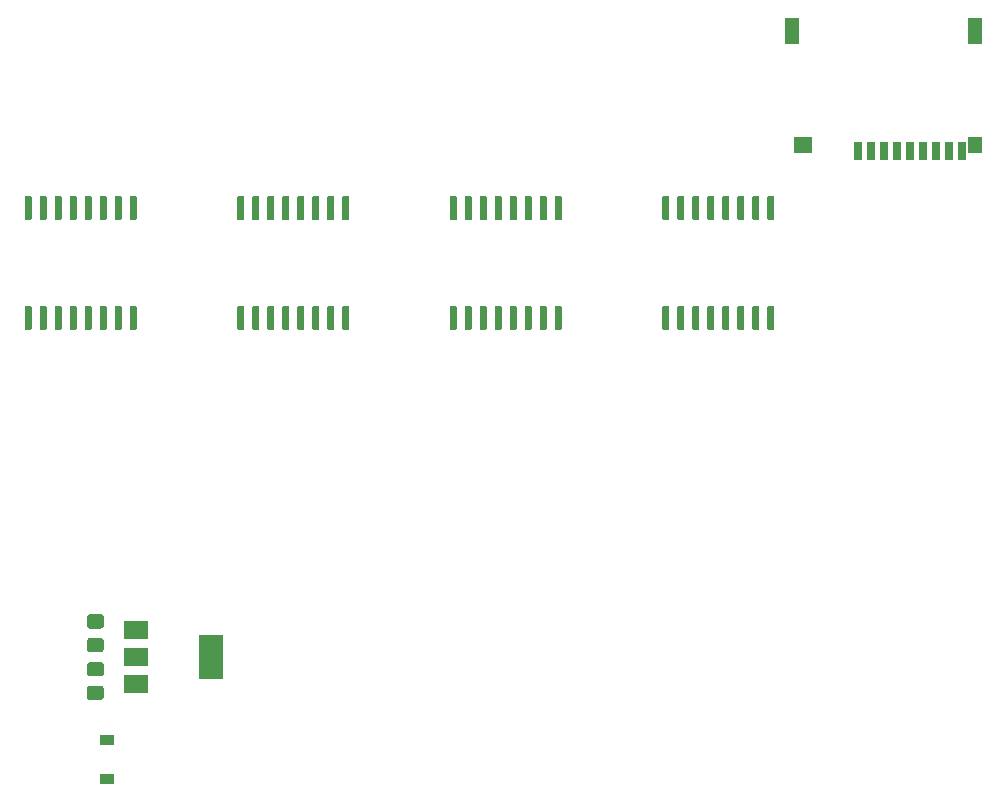
<source format=gbr>
G04 #@! TF.GenerationSoftware,KiCad,Pcbnew,5.1.5+dfsg1-2build2*
G04 #@! TF.CreationDate,2024-05-29T20:17:39+01:00*
G04 #@! TF.ProjectId,desktop_esc,6465736b-746f-4705-9f65-73632e6b6963,rev?*
G04 #@! TF.SameCoordinates,Original*
G04 #@! TF.FileFunction,Paste,Top*
G04 #@! TF.FilePolarity,Positive*
%FSLAX46Y46*%
G04 Gerber Fmt 4.6, Leading zero omitted, Abs format (unit mm)*
G04 Created by KiCad (PCBNEW 5.1.5+dfsg1-2build2) date 2024-05-29 20:17:39*
%MOMM*%
%LPD*%
G04 APERTURE LIST*
%ADD10C,0.100000*%
%ADD11R,0.700000X1.600000*%
%ADD12R,1.200000X1.400000*%
%ADD13R,1.600000X1.400000*%
%ADD14R,1.200000X2.200000*%
%ADD15R,2.000000X1.500000*%
%ADD16R,2.000000X3.800000*%
%ADD17R,1.200000X0.900000*%
G04 APERTURE END LIST*
D10*
G36*
X159719703Y-79325722D02*
G01*
X159734264Y-79327882D01*
X159748543Y-79331459D01*
X159762403Y-79336418D01*
X159775710Y-79342712D01*
X159788336Y-79350280D01*
X159800159Y-79359048D01*
X159811066Y-79368934D01*
X159820952Y-79379841D01*
X159829720Y-79391664D01*
X159837288Y-79404290D01*
X159843582Y-79417597D01*
X159848541Y-79431457D01*
X159852118Y-79445736D01*
X159854278Y-79460297D01*
X159855000Y-79475000D01*
X159855000Y-81225000D01*
X159854278Y-81239703D01*
X159852118Y-81254264D01*
X159848541Y-81268543D01*
X159843582Y-81282403D01*
X159837288Y-81295710D01*
X159829720Y-81308336D01*
X159820952Y-81320159D01*
X159811066Y-81331066D01*
X159800159Y-81340952D01*
X159788336Y-81349720D01*
X159775710Y-81357288D01*
X159762403Y-81363582D01*
X159748543Y-81368541D01*
X159734264Y-81372118D01*
X159719703Y-81374278D01*
X159705000Y-81375000D01*
X159405000Y-81375000D01*
X159390297Y-81374278D01*
X159375736Y-81372118D01*
X159361457Y-81368541D01*
X159347597Y-81363582D01*
X159334290Y-81357288D01*
X159321664Y-81349720D01*
X159309841Y-81340952D01*
X159298934Y-81331066D01*
X159289048Y-81320159D01*
X159280280Y-81308336D01*
X159272712Y-81295710D01*
X159266418Y-81282403D01*
X159261459Y-81268543D01*
X159257882Y-81254264D01*
X159255722Y-81239703D01*
X159255000Y-81225000D01*
X159255000Y-79475000D01*
X159255722Y-79460297D01*
X159257882Y-79445736D01*
X159261459Y-79431457D01*
X159266418Y-79417597D01*
X159272712Y-79404290D01*
X159280280Y-79391664D01*
X159289048Y-79379841D01*
X159298934Y-79368934D01*
X159309841Y-79359048D01*
X159321664Y-79350280D01*
X159334290Y-79342712D01*
X159347597Y-79336418D01*
X159361457Y-79331459D01*
X159375736Y-79327882D01*
X159390297Y-79325722D01*
X159405000Y-79325000D01*
X159705000Y-79325000D01*
X159719703Y-79325722D01*
G37*
G36*
X160989703Y-79325722D02*
G01*
X161004264Y-79327882D01*
X161018543Y-79331459D01*
X161032403Y-79336418D01*
X161045710Y-79342712D01*
X161058336Y-79350280D01*
X161070159Y-79359048D01*
X161081066Y-79368934D01*
X161090952Y-79379841D01*
X161099720Y-79391664D01*
X161107288Y-79404290D01*
X161113582Y-79417597D01*
X161118541Y-79431457D01*
X161122118Y-79445736D01*
X161124278Y-79460297D01*
X161125000Y-79475000D01*
X161125000Y-81225000D01*
X161124278Y-81239703D01*
X161122118Y-81254264D01*
X161118541Y-81268543D01*
X161113582Y-81282403D01*
X161107288Y-81295710D01*
X161099720Y-81308336D01*
X161090952Y-81320159D01*
X161081066Y-81331066D01*
X161070159Y-81340952D01*
X161058336Y-81349720D01*
X161045710Y-81357288D01*
X161032403Y-81363582D01*
X161018543Y-81368541D01*
X161004264Y-81372118D01*
X160989703Y-81374278D01*
X160975000Y-81375000D01*
X160675000Y-81375000D01*
X160660297Y-81374278D01*
X160645736Y-81372118D01*
X160631457Y-81368541D01*
X160617597Y-81363582D01*
X160604290Y-81357288D01*
X160591664Y-81349720D01*
X160579841Y-81340952D01*
X160568934Y-81331066D01*
X160559048Y-81320159D01*
X160550280Y-81308336D01*
X160542712Y-81295710D01*
X160536418Y-81282403D01*
X160531459Y-81268543D01*
X160527882Y-81254264D01*
X160525722Y-81239703D01*
X160525000Y-81225000D01*
X160525000Y-79475000D01*
X160525722Y-79460297D01*
X160527882Y-79445736D01*
X160531459Y-79431457D01*
X160536418Y-79417597D01*
X160542712Y-79404290D01*
X160550280Y-79391664D01*
X160559048Y-79379841D01*
X160568934Y-79368934D01*
X160579841Y-79359048D01*
X160591664Y-79350280D01*
X160604290Y-79342712D01*
X160617597Y-79336418D01*
X160631457Y-79331459D01*
X160645736Y-79327882D01*
X160660297Y-79325722D01*
X160675000Y-79325000D01*
X160975000Y-79325000D01*
X160989703Y-79325722D01*
G37*
G36*
X162259703Y-79325722D02*
G01*
X162274264Y-79327882D01*
X162288543Y-79331459D01*
X162302403Y-79336418D01*
X162315710Y-79342712D01*
X162328336Y-79350280D01*
X162340159Y-79359048D01*
X162351066Y-79368934D01*
X162360952Y-79379841D01*
X162369720Y-79391664D01*
X162377288Y-79404290D01*
X162383582Y-79417597D01*
X162388541Y-79431457D01*
X162392118Y-79445736D01*
X162394278Y-79460297D01*
X162395000Y-79475000D01*
X162395000Y-81225000D01*
X162394278Y-81239703D01*
X162392118Y-81254264D01*
X162388541Y-81268543D01*
X162383582Y-81282403D01*
X162377288Y-81295710D01*
X162369720Y-81308336D01*
X162360952Y-81320159D01*
X162351066Y-81331066D01*
X162340159Y-81340952D01*
X162328336Y-81349720D01*
X162315710Y-81357288D01*
X162302403Y-81363582D01*
X162288543Y-81368541D01*
X162274264Y-81372118D01*
X162259703Y-81374278D01*
X162245000Y-81375000D01*
X161945000Y-81375000D01*
X161930297Y-81374278D01*
X161915736Y-81372118D01*
X161901457Y-81368541D01*
X161887597Y-81363582D01*
X161874290Y-81357288D01*
X161861664Y-81349720D01*
X161849841Y-81340952D01*
X161838934Y-81331066D01*
X161829048Y-81320159D01*
X161820280Y-81308336D01*
X161812712Y-81295710D01*
X161806418Y-81282403D01*
X161801459Y-81268543D01*
X161797882Y-81254264D01*
X161795722Y-81239703D01*
X161795000Y-81225000D01*
X161795000Y-79475000D01*
X161795722Y-79460297D01*
X161797882Y-79445736D01*
X161801459Y-79431457D01*
X161806418Y-79417597D01*
X161812712Y-79404290D01*
X161820280Y-79391664D01*
X161829048Y-79379841D01*
X161838934Y-79368934D01*
X161849841Y-79359048D01*
X161861664Y-79350280D01*
X161874290Y-79342712D01*
X161887597Y-79336418D01*
X161901457Y-79331459D01*
X161915736Y-79327882D01*
X161930297Y-79325722D01*
X161945000Y-79325000D01*
X162245000Y-79325000D01*
X162259703Y-79325722D01*
G37*
G36*
X163529703Y-79325722D02*
G01*
X163544264Y-79327882D01*
X163558543Y-79331459D01*
X163572403Y-79336418D01*
X163585710Y-79342712D01*
X163598336Y-79350280D01*
X163610159Y-79359048D01*
X163621066Y-79368934D01*
X163630952Y-79379841D01*
X163639720Y-79391664D01*
X163647288Y-79404290D01*
X163653582Y-79417597D01*
X163658541Y-79431457D01*
X163662118Y-79445736D01*
X163664278Y-79460297D01*
X163665000Y-79475000D01*
X163665000Y-81225000D01*
X163664278Y-81239703D01*
X163662118Y-81254264D01*
X163658541Y-81268543D01*
X163653582Y-81282403D01*
X163647288Y-81295710D01*
X163639720Y-81308336D01*
X163630952Y-81320159D01*
X163621066Y-81331066D01*
X163610159Y-81340952D01*
X163598336Y-81349720D01*
X163585710Y-81357288D01*
X163572403Y-81363582D01*
X163558543Y-81368541D01*
X163544264Y-81372118D01*
X163529703Y-81374278D01*
X163515000Y-81375000D01*
X163215000Y-81375000D01*
X163200297Y-81374278D01*
X163185736Y-81372118D01*
X163171457Y-81368541D01*
X163157597Y-81363582D01*
X163144290Y-81357288D01*
X163131664Y-81349720D01*
X163119841Y-81340952D01*
X163108934Y-81331066D01*
X163099048Y-81320159D01*
X163090280Y-81308336D01*
X163082712Y-81295710D01*
X163076418Y-81282403D01*
X163071459Y-81268543D01*
X163067882Y-81254264D01*
X163065722Y-81239703D01*
X163065000Y-81225000D01*
X163065000Y-79475000D01*
X163065722Y-79460297D01*
X163067882Y-79445736D01*
X163071459Y-79431457D01*
X163076418Y-79417597D01*
X163082712Y-79404290D01*
X163090280Y-79391664D01*
X163099048Y-79379841D01*
X163108934Y-79368934D01*
X163119841Y-79359048D01*
X163131664Y-79350280D01*
X163144290Y-79342712D01*
X163157597Y-79336418D01*
X163171457Y-79331459D01*
X163185736Y-79327882D01*
X163200297Y-79325722D01*
X163215000Y-79325000D01*
X163515000Y-79325000D01*
X163529703Y-79325722D01*
G37*
G36*
X164799703Y-79325722D02*
G01*
X164814264Y-79327882D01*
X164828543Y-79331459D01*
X164842403Y-79336418D01*
X164855710Y-79342712D01*
X164868336Y-79350280D01*
X164880159Y-79359048D01*
X164891066Y-79368934D01*
X164900952Y-79379841D01*
X164909720Y-79391664D01*
X164917288Y-79404290D01*
X164923582Y-79417597D01*
X164928541Y-79431457D01*
X164932118Y-79445736D01*
X164934278Y-79460297D01*
X164935000Y-79475000D01*
X164935000Y-81225000D01*
X164934278Y-81239703D01*
X164932118Y-81254264D01*
X164928541Y-81268543D01*
X164923582Y-81282403D01*
X164917288Y-81295710D01*
X164909720Y-81308336D01*
X164900952Y-81320159D01*
X164891066Y-81331066D01*
X164880159Y-81340952D01*
X164868336Y-81349720D01*
X164855710Y-81357288D01*
X164842403Y-81363582D01*
X164828543Y-81368541D01*
X164814264Y-81372118D01*
X164799703Y-81374278D01*
X164785000Y-81375000D01*
X164485000Y-81375000D01*
X164470297Y-81374278D01*
X164455736Y-81372118D01*
X164441457Y-81368541D01*
X164427597Y-81363582D01*
X164414290Y-81357288D01*
X164401664Y-81349720D01*
X164389841Y-81340952D01*
X164378934Y-81331066D01*
X164369048Y-81320159D01*
X164360280Y-81308336D01*
X164352712Y-81295710D01*
X164346418Y-81282403D01*
X164341459Y-81268543D01*
X164337882Y-81254264D01*
X164335722Y-81239703D01*
X164335000Y-81225000D01*
X164335000Y-79475000D01*
X164335722Y-79460297D01*
X164337882Y-79445736D01*
X164341459Y-79431457D01*
X164346418Y-79417597D01*
X164352712Y-79404290D01*
X164360280Y-79391664D01*
X164369048Y-79379841D01*
X164378934Y-79368934D01*
X164389841Y-79359048D01*
X164401664Y-79350280D01*
X164414290Y-79342712D01*
X164427597Y-79336418D01*
X164441457Y-79331459D01*
X164455736Y-79327882D01*
X164470297Y-79325722D01*
X164485000Y-79325000D01*
X164785000Y-79325000D01*
X164799703Y-79325722D01*
G37*
G36*
X166069703Y-79325722D02*
G01*
X166084264Y-79327882D01*
X166098543Y-79331459D01*
X166112403Y-79336418D01*
X166125710Y-79342712D01*
X166138336Y-79350280D01*
X166150159Y-79359048D01*
X166161066Y-79368934D01*
X166170952Y-79379841D01*
X166179720Y-79391664D01*
X166187288Y-79404290D01*
X166193582Y-79417597D01*
X166198541Y-79431457D01*
X166202118Y-79445736D01*
X166204278Y-79460297D01*
X166205000Y-79475000D01*
X166205000Y-81225000D01*
X166204278Y-81239703D01*
X166202118Y-81254264D01*
X166198541Y-81268543D01*
X166193582Y-81282403D01*
X166187288Y-81295710D01*
X166179720Y-81308336D01*
X166170952Y-81320159D01*
X166161066Y-81331066D01*
X166150159Y-81340952D01*
X166138336Y-81349720D01*
X166125710Y-81357288D01*
X166112403Y-81363582D01*
X166098543Y-81368541D01*
X166084264Y-81372118D01*
X166069703Y-81374278D01*
X166055000Y-81375000D01*
X165755000Y-81375000D01*
X165740297Y-81374278D01*
X165725736Y-81372118D01*
X165711457Y-81368541D01*
X165697597Y-81363582D01*
X165684290Y-81357288D01*
X165671664Y-81349720D01*
X165659841Y-81340952D01*
X165648934Y-81331066D01*
X165639048Y-81320159D01*
X165630280Y-81308336D01*
X165622712Y-81295710D01*
X165616418Y-81282403D01*
X165611459Y-81268543D01*
X165607882Y-81254264D01*
X165605722Y-81239703D01*
X165605000Y-81225000D01*
X165605000Y-79475000D01*
X165605722Y-79460297D01*
X165607882Y-79445736D01*
X165611459Y-79431457D01*
X165616418Y-79417597D01*
X165622712Y-79404290D01*
X165630280Y-79391664D01*
X165639048Y-79379841D01*
X165648934Y-79368934D01*
X165659841Y-79359048D01*
X165671664Y-79350280D01*
X165684290Y-79342712D01*
X165697597Y-79336418D01*
X165711457Y-79331459D01*
X165725736Y-79327882D01*
X165740297Y-79325722D01*
X165755000Y-79325000D01*
X166055000Y-79325000D01*
X166069703Y-79325722D01*
G37*
G36*
X167339703Y-79325722D02*
G01*
X167354264Y-79327882D01*
X167368543Y-79331459D01*
X167382403Y-79336418D01*
X167395710Y-79342712D01*
X167408336Y-79350280D01*
X167420159Y-79359048D01*
X167431066Y-79368934D01*
X167440952Y-79379841D01*
X167449720Y-79391664D01*
X167457288Y-79404290D01*
X167463582Y-79417597D01*
X167468541Y-79431457D01*
X167472118Y-79445736D01*
X167474278Y-79460297D01*
X167475000Y-79475000D01*
X167475000Y-81225000D01*
X167474278Y-81239703D01*
X167472118Y-81254264D01*
X167468541Y-81268543D01*
X167463582Y-81282403D01*
X167457288Y-81295710D01*
X167449720Y-81308336D01*
X167440952Y-81320159D01*
X167431066Y-81331066D01*
X167420159Y-81340952D01*
X167408336Y-81349720D01*
X167395710Y-81357288D01*
X167382403Y-81363582D01*
X167368543Y-81368541D01*
X167354264Y-81372118D01*
X167339703Y-81374278D01*
X167325000Y-81375000D01*
X167025000Y-81375000D01*
X167010297Y-81374278D01*
X166995736Y-81372118D01*
X166981457Y-81368541D01*
X166967597Y-81363582D01*
X166954290Y-81357288D01*
X166941664Y-81349720D01*
X166929841Y-81340952D01*
X166918934Y-81331066D01*
X166909048Y-81320159D01*
X166900280Y-81308336D01*
X166892712Y-81295710D01*
X166886418Y-81282403D01*
X166881459Y-81268543D01*
X166877882Y-81254264D01*
X166875722Y-81239703D01*
X166875000Y-81225000D01*
X166875000Y-79475000D01*
X166875722Y-79460297D01*
X166877882Y-79445736D01*
X166881459Y-79431457D01*
X166886418Y-79417597D01*
X166892712Y-79404290D01*
X166900280Y-79391664D01*
X166909048Y-79379841D01*
X166918934Y-79368934D01*
X166929841Y-79359048D01*
X166941664Y-79350280D01*
X166954290Y-79342712D01*
X166967597Y-79336418D01*
X166981457Y-79331459D01*
X166995736Y-79327882D01*
X167010297Y-79325722D01*
X167025000Y-79325000D01*
X167325000Y-79325000D01*
X167339703Y-79325722D01*
G37*
G36*
X168609703Y-79325722D02*
G01*
X168624264Y-79327882D01*
X168638543Y-79331459D01*
X168652403Y-79336418D01*
X168665710Y-79342712D01*
X168678336Y-79350280D01*
X168690159Y-79359048D01*
X168701066Y-79368934D01*
X168710952Y-79379841D01*
X168719720Y-79391664D01*
X168727288Y-79404290D01*
X168733582Y-79417597D01*
X168738541Y-79431457D01*
X168742118Y-79445736D01*
X168744278Y-79460297D01*
X168745000Y-79475000D01*
X168745000Y-81225000D01*
X168744278Y-81239703D01*
X168742118Y-81254264D01*
X168738541Y-81268543D01*
X168733582Y-81282403D01*
X168727288Y-81295710D01*
X168719720Y-81308336D01*
X168710952Y-81320159D01*
X168701066Y-81331066D01*
X168690159Y-81340952D01*
X168678336Y-81349720D01*
X168665710Y-81357288D01*
X168652403Y-81363582D01*
X168638543Y-81368541D01*
X168624264Y-81372118D01*
X168609703Y-81374278D01*
X168595000Y-81375000D01*
X168295000Y-81375000D01*
X168280297Y-81374278D01*
X168265736Y-81372118D01*
X168251457Y-81368541D01*
X168237597Y-81363582D01*
X168224290Y-81357288D01*
X168211664Y-81349720D01*
X168199841Y-81340952D01*
X168188934Y-81331066D01*
X168179048Y-81320159D01*
X168170280Y-81308336D01*
X168162712Y-81295710D01*
X168156418Y-81282403D01*
X168151459Y-81268543D01*
X168147882Y-81254264D01*
X168145722Y-81239703D01*
X168145000Y-81225000D01*
X168145000Y-79475000D01*
X168145722Y-79460297D01*
X168147882Y-79445736D01*
X168151459Y-79431457D01*
X168156418Y-79417597D01*
X168162712Y-79404290D01*
X168170280Y-79391664D01*
X168179048Y-79379841D01*
X168188934Y-79368934D01*
X168199841Y-79359048D01*
X168211664Y-79350280D01*
X168224290Y-79342712D01*
X168237597Y-79336418D01*
X168251457Y-79331459D01*
X168265736Y-79327882D01*
X168280297Y-79325722D01*
X168295000Y-79325000D01*
X168595000Y-79325000D01*
X168609703Y-79325722D01*
G37*
G36*
X168609703Y-88625722D02*
G01*
X168624264Y-88627882D01*
X168638543Y-88631459D01*
X168652403Y-88636418D01*
X168665710Y-88642712D01*
X168678336Y-88650280D01*
X168690159Y-88659048D01*
X168701066Y-88668934D01*
X168710952Y-88679841D01*
X168719720Y-88691664D01*
X168727288Y-88704290D01*
X168733582Y-88717597D01*
X168738541Y-88731457D01*
X168742118Y-88745736D01*
X168744278Y-88760297D01*
X168745000Y-88775000D01*
X168745000Y-90525000D01*
X168744278Y-90539703D01*
X168742118Y-90554264D01*
X168738541Y-90568543D01*
X168733582Y-90582403D01*
X168727288Y-90595710D01*
X168719720Y-90608336D01*
X168710952Y-90620159D01*
X168701066Y-90631066D01*
X168690159Y-90640952D01*
X168678336Y-90649720D01*
X168665710Y-90657288D01*
X168652403Y-90663582D01*
X168638543Y-90668541D01*
X168624264Y-90672118D01*
X168609703Y-90674278D01*
X168595000Y-90675000D01*
X168295000Y-90675000D01*
X168280297Y-90674278D01*
X168265736Y-90672118D01*
X168251457Y-90668541D01*
X168237597Y-90663582D01*
X168224290Y-90657288D01*
X168211664Y-90649720D01*
X168199841Y-90640952D01*
X168188934Y-90631066D01*
X168179048Y-90620159D01*
X168170280Y-90608336D01*
X168162712Y-90595710D01*
X168156418Y-90582403D01*
X168151459Y-90568543D01*
X168147882Y-90554264D01*
X168145722Y-90539703D01*
X168145000Y-90525000D01*
X168145000Y-88775000D01*
X168145722Y-88760297D01*
X168147882Y-88745736D01*
X168151459Y-88731457D01*
X168156418Y-88717597D01*
X168162712Y-88704290D01*
X168170280Y-88691664D01*
X168179048Y-88679841D01*
X168188934Y-88668934D01*
X168199841Y-88659048D01*
X168211664Y-88650280D01*
X168224290Y-88642712D01*
X168237597Y-88636418D01*
X168251457Y-88631459D01*
X168265736Y-88627882D01*
X168280297Y-88625722D01*
X168295000Y-88625000D01*
X168595000Y-88625000D01*
X168609703Y-88625722D01*
G37*
G36*
X167339703Y-88625722D02*
G01*
X167354264Y-88627882D01*
X167368543Y-88631459D01*
X167382403Y-88636418D01*
X167395710Y-88642712D01*
X167408336Y-88650280D01*
X167420159Y-88659048D01*
X167431066Y-88668934D01*
X167440952Y-88679841D01*
X167449720Y-88691664D01*
X167457288Y-88704290D01*
X167463582Y-88717597D01*
X167468541Y-88731457D01*
X167472118Y-88745736D01*
X167474278Y-88760297D01*
X167475000Y-88775000D01*
X167475000Y-90525000D01*
X167474278Y-90539703D01*
X167472118Y-90554264D01*
X167468541Y-90568543D01*
X167463582Y-90582403D01*
X167457288Y-90595710D01*
X167449720Y-90608336D01*
X167440952Y-90620159D01*
X167431066Y-90631066D01*
X167420159Y-90640952D01*
X167408336Y-90649720D01*
X167395710Y-90657288D01*
X167382403Y-90663582D01*
X167368543Y-90668541D01*
X167354264Y-90672118D01*
X167339703Y-90674278D01*
X167325000Y-90675000D01*
X167025000Y-90675000D01*
X167010297Y-90674278D01*
X166995736Y-90672118D01*
X166981457Y-90668541D01*
X166967597Y-90663582D01*
X166954290Y-90657288D01*
X166941664Y-90649720D01*
X166929841Y-90640952D01*
X166918934Y-90631066D01*
X166909048Y-90620159D01*
X166900280Y-90608336D01*
X166892712Y-90595710D01*
X166886418Y-90582403D01*
X166881459Y-90568543D01*
X166877882Y-90554264D01*
X166875722Y-90539703D01*
X166875000Y-90525000D01*
X166875000Y-88775000D01*
X166875722Y-88760297D01*
X166877882Y-88745736D01*
X166881459Y-88731457D01*
X166886418Y-88717597D01*
X166892712Y-88704290D01*
X166900280Y-88691664D01*
X166909048Y-88679841D01*
X166918934Y-88668934D01*
X166929841Y-88659048D01*
X166941664Y-88650280D01*
X166954290Y-88642712D01*
X166967597Y-88636418D01*
X166981457Y-88631459D01*
X166995736Y-88627882D01*
X167010297Y-88625722D01*
X167025000Y-88625000D01*
X167325000Y-88625000D01*
X167339703Y-88625722D01*
G37*
G36*
X166069703Y-88625722D02*
G01*
X166084264Y-88627882D01*
X166098543Y-88631459D01*
X166112403Y-88636418D01*
X166125710Y-88642712D01*
X166138336Y-88650280D01*
X166150159Y-88659048D01*
X166161066Y-88668934D01*
X166170952Y-88679841D01*
X166179720Y-88691664D01*
X166187288Y-88704290D01*
X166193582Y-88717597D01*
X166198541Y-88731457D01*
X166202118Y-88745736D01*
X166204278Y-88760297D01*
X166205000Y-88775000D01*
X166205000Y-90525000D01*
X166204278Y-90539703D01*
X166202118Y-90554264D01*
X166198541Y-90568543D01*
X166193582Y-90582403D01*
X166187288Y-90595710D01*
X166179720Y-90608336D01*
X166170952Y-90620159D01*
X166161066Y-90631066D01*
X166150159Y-90640952D01*
X166138336Y-90649720D01*
X166125710Y-90657288D01*
X166112403Y-90663582D01*
X166098543Y-90668541D01*
X166084264Y-90672118D01*
X166069703Y-90674278D01*
X166055000Y-90675000D01*
X165755000Y-90675000D01*
X165740297Y-90674278D01*
X165725736Y-90672118D01*
X165711457Y-90668541D01*
X165697597Y-90663582D01*
X165684290Y-90657288D01*
X165671664Y-90649720D01*
X165659841Y-90640952D01*
X165648934Y-90631066D01*
X165639048Y-90620159D01*
X165630280Y-90608336D01*
X165622712Y-90595710D01*
X165616418Y-90582403D01*
X165611459Y-90568543D01*
X165607882Y-90554264D01*
X165605722Y-90539703D01*
X165605000Y-90525000D01*
X165605000Y-88775000D01*
X165605722Y-88760297D01*
X165607882Y-88745736D01*
X165611459Y-88731457D01*
X165616418Y-88717597D01*
X165622712Y-88704290D01*
X165630280Y-88691664D01*
X165639048Y-88679841D01*
X165648934Y-88668934D01*
X165659841Y-88659048D01*
X165671664Y-88650280D01*
X165684290Y-88642712D01*
X165697597Y-88636418D01*
X165711457Y-88631459D01*
X165725736Y-88627882D01*
X165740297Y-88625722D01*
X165755000Y-88625000D01*
X166055000Y-88625000D01*
X166069703Y-88625722D01*
G37*
G36*
X164799703Y-88625722D02*
G01*
X164814264Y-88627882D01*
X164828543Y-88631459D01*
X164842403Y-88636418D01*
X164855710Y-88642712D01*
X164868336Y-88650280D01*
X164880159Y-88659048D01*
X164891066Y-88668934D01*
X164900952Y-88679841D01*
X164909720Y-88691664D01*
X164917288Y-88704290D01*
X164923582Y-88717597D01*
X164928541Y-88731457D01*
X164932118Y-88745736D01*
X164934278Y-88760297D01*
X164935000Y-88775000D01*
X164935000Y-90525000D01*
X164934278Y-90539703D01*
X164932118Y-90554264D01*
X164928541Y-90568543D01*
X164923582Y-90582403D01*
X164917288Y-90595710D01*
X164909720Y-90608336D01*
X164900952Y-90620159D01*
X164891066Y-90631066D01*
X164880159Y-90640952D01*
X164868336Y-90649720D01*
X164855710Y-90657288D01*
X164842403Y-90663582D01*
X164828543Y-90668541D01*
X164814264Y-90672118D01*
X164799703Y-90674278D01*
X164785000Y-90675000D01*
X164485000Y-90675000D01*
X164470297Y-90674278D01*
X164455736Y-90672118D01*
X164441457Y-90668541D01*
X164427597Y-90663582D01*
X164414290Y-90657288D01*
X164401664Y-90649720D01*
X164389841Y-90640952D01*
X164378934Y-90631066D01*
X164369048Y-90620159D01*
X164360280Y-90608336D01*
X164352712Y-90595710D01*
X164346418Y-90582403D01*
X164341459Y-90568543D01*
X164337882Y-90554264D01*
X164335722Y-90539703D01*
X164335000Y-90525000D01*
X164335000Y-88775000D01*
X164335722Y-88760297D01*
X164337882Y-88745736D01*
X164341459Y-88731457D01*
X164346418Y-88717597D01*
X164352712Y-88704290D01*
X164360280Y-88691664D01*
X164369048Y-88679841D01*
X164378934Y-88668934D01*
X164389841Y-88659048D01*
X164401664Y-88650280D01*
X164414290Y-88642712D01*
X164427597Y-88636418D01*
X164441457Y-88631459D01*
X164455736Y-88627882D01*
X164470297Y-88625722D01*
X164485000Y-88625000D01*
X164785000Y-88625000D01*
X164799703Y-88625722D01*
G37*
G36*
X163529703Y-88625722D02*
G01*
X163544264Y-88627882D01*
X163558543Y-88631459D01*
X163572403Y-88636418D01*
X163585710Y-88642712D01*
X163598336Y-88650280D01*
X163610159Y-88659048D01*
X163621066Y-88668934D01*
X163630952Y-88679841D01*
X163639720Y-88691664D01*
X163647288Y-88704290D01*
X163653582Y-88717597D01*
X163658541Y-88731457D01*
X163662118Y-88745736D01*
X163664278Y-88760297D01*
X163665000Y-88775000D01*
X163665000Y-90525000D01*
X163664278Y-90539703D01*
X163662118Y-90554264D01*
X163658541Y-90568543D01*
X163653582Y-90582403D01*
X163647288Y-90595710D01*
X163639720Y-90608336D01*
X163630952Y-90620159D01*
X163621066Y-90631066D01*
X163610159Y-90640952D01*
X163598336Y-90649720D01*
X163585710Y-90657288D01*
X163572403Y-90663582D01*
X163558543Y-90668541D01*
X163544264Y-90672118D01*
X163529703Y-90674278D01*
X163515000Y-90675000D01*
X163215000Y-90675000D01*
X163200297Y-90674278D01*
X163185736Y-90672118D01*
X163171457Y-90668541D01*
X163157597Y-90663582D01*
X163144290Y-90657288D01*
X163131664Y-90649720D01*
X163119841Y-90640952D01*
X163108934Y-90631066D01*
X163099048Y-90620159D01*
X163090280Y-90608336D01*
X163082712Y-90595710D01*
X163076418Y-90582403D01*
X163071459Y-90568543D01*
X163067882Y-90554264D01*
X163065722Y-90539703D01*
X163065000Y-90525000D01*
X163065000Y-88775000D01*
X163065722Y-88760297D01*
X163067882Y-88745736D01*
X163071459Y-88731457D01*
X163076418Y-88717597D01*
X163082712Y-88704290D01*
X163090280Y-88691664D01*
X163099048Y-88679841D01*
X163108934Y-88668934D01*
X163119841Y-88659048D01*
X163131664Y-88650280D01*
X163144290Y-88642712D01*
X163157597Y-88636418D01*
X163171457Y-88631459D01*
X163185736Y-88627882D01*
X163200297Y-88625722D01*
X163215000Y-88625000D01*
X163515000Y-88625000D01*
X163529703Y-88625722D01*
G37*
G36*
X162259703Y-88625722D02*
G01*
X162274264Y-88627882D01*
X162288543Y-88631459D01*
X162302403Y-88636418D01*
X162315710Y-88642712D01*
X162328336Y-88650280D01*
X162340159Y-88659048D01*
X162351066Y-88668934D01*
X162360952Y-88679841D01*
X162369720Y-88691664D01*
X162377288Y-88704290D01*
X162383582Y-88717597D01*
X162388541Y-88731457D01*
X162392118Y-88745736D01*
X162394278Y-88760297D01*
X162395000Y-88775000D01*
X162395000Y-90525000D01*
X162394278Y-90539703D01*
X162392118Y-90554264D01*
X162388541Y-90568543D01*
X162383582Y-90582403D01*
X162377288Y-90595710D01*
X162369720Y-90608336D01*
X162360952Y-90620159D01*
X162351066Y-90631066D01*
X162340159Y-90640952D01*
X162328336Y-90649720D01*
X162315710Y-90657288D01*
X162302403Y-90663582D01*
X162288543Y-90668541D01*
X162274264Y-90672118D01*
X162259703Y-90674278D01*
X162245000Y-90675000D01*
X161945000Y-90675000D01*
X161930297Y-90674278D01*
X161915736Y-90672118D01*
X161901457Y-90668541D01*
X161887597Y-90663582D01*
X161874290Y-90657288D01*
X161861664Y-90649720D01*
X161849841Y-90640952D01*
X161838934Y-90631066D01*
X161829048Y-90620159D01*
X161820280Y-90608336D01*
X161812712Y-90595710D01*
X161806418Y-90582403D01*
X161801459Y-90568543D01*
X161797882Y-90554264D01*
X161795722Y-90539703D01*
X161795000Y-90525000D01*
X161795000Y-88775000D01*
X161795722Y-88760297D01*
X161797882Y-88745736D01*
X161801459Y-88731457D01*
X161806418Y-88717597D01*
X161812712Y-88704290D01*
X161820280Y-88691664D01*
X161829048Y-88679841D01*
X161838934Y-88668934D01*
X161849841Y-88659048D01*
X161861664Y-88650280D01*
X161874290Y-88642712D01*
X161887597Y-88636418D01*
X161901457Y-88631459D01*
X161915736Y-88627882D01*
X161930297Y-88625722D01*
X161945000Y-88625000D01*
X162245000Y-88625000D01*
X162259703Y-88625722D01*
G37*
G36*
X160989703Y-88625722D02*
G01*
X161004264Y-88627882D01*
X161018543Y-88631459D01*
X161032403Y-88636418D01*
X161045710Y-88642712D01*
X161058336Y-88650280D01*
X161070159Y-88659048D01*
X161081066Y-88668934D01*
X161090952Y-88679841D01*
X161099720Y-88691664D01*
X161107288Y-88704290D01*
X161113582Y-88717597D01*
X161118541Y-88731457D01*
X161122118Y-88745736D01*
X161124278Y-88760297D01*
X161125000Y-88775000D01*
X161125000Y-90525000D01*
X161124278Y-90539703D01*
X161122118Y-90554264D01*
X161118541Y-90568543D01*
X161113582Y-90582403D01*
X161107288Y-90595710D01*
X161099720Y-90608336D01*
X161090952Y-90620159D01*
X161081066Y-90631066D01*
X161070159Y-90640952D01*
X161058336Y-90649720D01*
X161045710Y-90657288D01*
X161032403Y-90663582D01*
X161018543Y-90668541D01*
X161004264Y-90672118D01*
X160989703Y-90674278D01*
X160975000Y-90675000D01*
X160675000Y-90675000D01*
X160660297Y-90674278D01*
X160645736Y-90672118D01*
X160631457Y-90668541D01*
X160617597Y-90663582D01*
X160604290Y-90657288D01*
X160591664Y-90649720D01*
X160579841Y-90640952D01*
X160568934Y-90631066D01*
X160559048Y-90620159D01*
X160550280Y-90608336D01*
X160542712Y-90595710D01*
X160536418Y-90582403D01*
X160531459Y-90568543D01*
X160527882Y-90554264D01*
X160525722Y-90539703D01*
X160525000Y-90525000D01*
X160525000Y-88775000D01*
X160525722Y-88760297D01*
X160527882Y-88745736D01*
X160531459Y-88731457D01*
X160536418Y-88717597D01*
X160542712Y-88704290D01*
X160550280Y-88691664D01*
X160559048Y-88679841D01*
X160568934Y-88668934D01*
X160579841Y-88659048D01*
X160591664Y-88650280D01*
X160604290Y-88642712D01*
X160617597Y-88636418D01*
X160631457Y-88631459D01*
X160645736Y-88627882D01*
X160660297Y-88625722D01*
X160675000Y-88625000D01*
X160975000Y-88625000D01*
X160989703Y-88625722D01*
G37*
G36*
X159719703Y-88625722D02*
G01*
X159734264Y-88627882D01*
X159748543Y-88631459D01*
X159762403Y-88636418D01*
X159775710Y-88642712D01*
X159788336Y-88650280D01*
X159800159Y-88659048D01*
X159811066Y-88668934D01*
X159820952Y-88679841D01*
X159829720Y-88691664D01*
X159837288Y-88704290D01*
X159843582Y-88717597D01*
X159848541Y-88731457D01*
X159852118Y-88745736D01*
X159854278Y-88760297D01*
X159855000Y-88775000D01*
X159855000Y-90525000D01*
X159854278Y-90539703D01*
X159852118Y-90554264D01*
X159848541Y-90568543D01*
X159843582Y-90582403D01*
X159837288Y-90595710D01*
X159829720Y-90608336D01*
X159820952Y-90620159D01*
X159811066Y-90631066D01*
X159800159Y-90640952D01*
X159788336Y-90649720D01*
X159775710Y-90657288D01*
X159762403Y-90663582D01*
X159748543Y-90668541D01*
X159734264Y-90672118D01*
X159719703Y-90674278D01*
X159705000Y-90675000D01*
X159405000Y-90675000D01*
X159390297Y-90674278D01*
X159375736Y-90672118D01*
X159361457Y-90668541D01*
X159347597Y-90663582D01*
X159334290Y-90657288D01*
X159321664Y-90649720D01*
X159309841Y-90640952D01*
X159298934Y-90631066D01*
X159289048Y-90620159D01*
X159280280Y-90608336D01*
X159272712Y-90595710D01*
X159266418Y-90582403D01*
X159261459Y-90568543D01*
X159257882Y-90554264D01*
X159255722Y-90539703D01*
X159255000Y-90525000D01*
X159255000Y-88775000D01*
X159255722Y-88760297D01*
X159257882Y-88745736D01*
X159261459Y-88731457D01*
X159266418Y-88717597D01*
X159272712Y-88704290D01*
X159280280Y-88691664D01*
X159289048Y-88679841D01*
X159298934Y-88668934D01*
X159309841Y-88659048D01*
X159321664Y-88650280D01*
X159334290Y-88642712D01*
X159347597Y-88636418D01*
X159361457Y-88631459D01*
X159375736Y-88627882D01*
X159390297Y-88625722D01*
X159405000Y-88625000D01*
X159705000Y-88625000D01*
X159719703Y-88625722D01*
G37*
G36*
X141719703Y-79325722D02*
G01*
X141734264Y-79327882D01*
X141748543Y-79331459D01*
X141762403Y-79336418D01*
X141775710Y-79342712D01*
X141788336Y-79350280D01*
X141800159Y-79359048D01*
X141811066Y-79368934D01*
X141820952Y-79379841D01*
X141829720Y-79391664D01*
X141837288Y-79404290D01*
X141843582Y-79417597D01*
X141848541Y-79431457D01*
X141852118Y-79445736D01*
X141854278Y-79460297D01*
X141855000Y-79475000D01*
X141855000Y-81225000D01*
X141854278Y-81239703D01*
X141852118Y-81254264D01*
X141848541Y-81268543D01*
X141843582Y-81282403D01*
X141837288Y-81295710D01*
X141829720Y-81308336D01*
X141820952Y-81320159D01*
X141811066Y-81331066D01*
X141800159Y-81340952D01*
X141788336Y-81349720D01*
X141775710Y-81357288D01*
X141762403Y-81363582D01*
X141748543Y-81368541D01*
X141734264Y-81372118D01*
X141719703Y-81374278D01*
X141705000Y-81375000D01*
X141405000Y-81375000D01*
X141390297Y-81374278D01*
X141375736Y-81372118D01*
X141361457Y-81368541D01*
X141347597Y-81363582D01*
X141334290Y-81357288D01*
X141321664Y-81349720D01*
X141309841Y-81340952D01*
X141298934Y-81331066D01*
X141289048Y-81320159D01*
X141280280Y-81308336D01*
X141272712Y-81295710D01*
X141266418Y-81282403D01*
X141261459Y-81268543D01*
X141257882Y-81254264D01*
X141255722Y-81239703D01*
X141255000Y-81225000D01*
X141255000Y-79475000D01*
X141255722Y-79460297D01*
X141257882Y-79445736D01*
X141261459Y-79431457D01*
X141266418Y-79417597D01*
X141272712Y-79404290D01*
X141280280Y-79391664D01*
X141289048Y-79379841D01*
X141298934Y-79368934D01*
X141309841Y-79359048D01*
X141321664Y-79350280D01*
X141334290Y-79342712D01*
X141347597Y-79336418D01*
X141361457Y-79331459D01*
X141375736Y-79327882D01*
X141390297Y-79325722D01*
X141405000Y-79325000D01*
X141705000Y-79325000D01*
X141719703Y-79325722D01*
G37*
G36*
X142989703Y-79325722D02*
G01*
X143004264Y-79327882D01*
X143018543Y-79331459D01*
X143032403Y-79336418D01*
X143045710Y-79342712D01*
X143058336Y-79350280D01*
X143070159Y-79359048D01*
X143081066Y-79368934D01*
X143090952Y-79379841D01*
X143099720Y-79391664D01*
X143107288Y-79404290D01*
X143113582Y-79417597D01*
X143118541Y-79431457D01*
X143122118Y-79445736D01*
X143124278Y-79460297D01*
X143125000Y-79475000D01*
X143125000Y-81225000D01*
X143124278Y-81239703D01*
X143122118Y-81254264D01*
X143118541Y-81268543D01*
X143113582Y-81282403D01*
X143107288Y-81295710D01*
X143099720Y-81308336D01*
X143090952Y-81320159D01*
X143081066Y-81331066D01*
X143070159Y-81340952D01*
X143058336Y-81349720D01*
X143045710Y-81357288D01*
X143032403Y-81363582D01*
X143018543Y-81368541D01*
X143004264Y-81372118D01*
X142989703Y-81374278D01*
X142975000Y-81375000D01*
X142675000Y-81375000D01*
X142660297Y-81374278D01*
X142645736Y-81372118D01*
X142631457Y-81368541D01*
X142617597Y-81363582D01*
X142604290Y-81357288D01*
X142591664Y-81349720D01*
X142579841Y-81340952D01*
X142568934Y-81331066D01*
X142559048Y-81320159D01*
X142550280Y-81308336D01*
X142542712Y-81295710D01*
X142536418Y-81282403D01*
X142531459Y-81268543D01*
X142527882Y-81254264D01*
X142525722Y-81239703D01*
X142525000Y-81225000D01*
X142525000Y-79475000D01*
X142525722Y-79460297D01*
X142527882Y-79445736D01*
X142531459Y-79431457D01*
X142536418Y-79417597D01*
X142542712Y-79404290D01*
X142550280Y-79391664D01*
X142559048Y-79379841D01*
X142568934Y-79368934D01*
X142579841Y-79359048D01*
X142591664Y-79350280D01*
X142604290Y-79342712D01*
X142617597Y-79336418D01*
X142631457Y-79331459D01*
X142645736Y-79327882D01*
X142660297Y-79325722D01*
X142675000Y-79325000D01*
X142975000Y-79325000D01*
X142989703Y-79325722D01*
G37*
G36*
X144259703Y-79325722D02*
G01*
X144274264Y-79327882D01*
X144288543Y-79331459D01*
X144302403Y-79336418D01*
X144315710Y-79342712D01*
X144328336Y-79350280D01*
X144340159Y-79359048D01*
X144351066Y-79368934D01*
X144360952Y-79379841D01*
X144369720Y-79391664D01*
X144377288Y-79404290D01*
X144383582Y-79417597D01*
X144388541Y-79431457D01*
X144392118Y-79445736D01*
X144394278Y-79460297D01*
X144395000Y-79475000D01*
X144395000Y-81225000D01*
X144394278Y-81239703D01*
X144392118Y-81254264D01*
X144388541Y-81268543D01*
X144383582Y-81282403D01*
X144377288Y-81295710D01*
X144369720Y-81308336D01*
X144360952Y-81320159D01*
X144351066Y-81331066D01*
X144340159Y-81340952D01*
X144328336Y-81349720D01*
X144315710Y-81357288D01*
X144302403Y-81363582D01*
X144288543Y-81368541D01*
X144274264Y-81372118D01*
X144259703Y-81374278D01*
X144245000Y-81375000D01*
X143945000Y-81375000D01*
X143930297Y-81374278D01*
X143915736Y-81372118D01*
X143901457Y-81368541D01*
X143887597Y-81363582D01*
X143874290Y-81357288D01*
X143861664Y-81349720D01*
X143849841Y-81340952D01*
X143838934Y-81331066D01*
X143829048Y-81320159D01*
X143820280Y-81308336D01*
X143812712Y-81295710D01*
X143806418Y-81282403D01*
X143801459Y-81268543D01*
X143797882Y-81254264D01*
X143795722Y-81239703D01*
X143795000Y-81225000D01*
X143795000Y-79475000D01*
X143795722Y-79460297D01*
X143797882Y-79445736D01*
X143801459Y-79431457D01*
X143806418Y-79417597D01*
X143812712Y-79404290D01*
X143820280Y-79391664D01*
X143829048Y-79379841D01*
X143838934Y-79368934D01*
X143849841Y-79359048D01*
X143861664Y-79350280D01*
X143874290Y-79342712D01*
X143887597Y-79336418D01*
X143901457Y-79331459D01*
X143915736Y-79327882D01*
X143930297Y-79325722D01*
X143945000Y-79325000D01*
X144245000Y-79325000D01*
X144259703Y-79325722D01*
G37*
G36*
X145529703Y-79325722D02*
G01*
X145544264Y-79327882D01*
X145558543Y-79331459D01*
X145572403Y-79336418D01*
X145585710Y-79342712D01*
X145598336Y-79350280D01*
X145610159Y-79359048D01*
X145621066Y-79368934D01*
X145630952Y-79379841D01*
X145639720Y-79391664D01*
X145647288Y-79404290D01*
X145653582Y-79417597D01*
X145658541Y-79431457D01*
X145662118Y-79445736D01*
X145664278Y-79460297D01*
X145665000Y-79475000D01*
X145665000Y-81225000D01*
X145664278Y-81239703D01*
X145662118Y-81254264D01*
X145658541Y-81268543D01*
X145653582Y-81282403D01*
X145647288Y-81295710D01*
X145639720Y-81308336D01*
X145630952Y-81320159D01*
X145621066Y-81331066D01*
X145610159Y-81340952D01*
X145598336Y-81349720D01*
X145585710Y-81357288D01*
X145572403Y-81363582D01*
X145558543Y-81368541D01*
X145544264Y-81372118D01*
X145529703Y-81374278D01*
X145515000Y-81375000D01*
X145215000Y-81375000D01*
X145200297Y-81374278D01*
X145185736Y-81372118D01*
X145171457Y-81368541D01*
X145157597Y-81363582D01*
X145144290Y-81357288D01*
X145131664Y-81349720D01*
X145119841Y-81340952D01*
X145108934Y-81331066D01*
X145099048Y-81320159D01*
X145090280Y-81308336D01*
X145082712Y-81295710D01*
X145076418Y-81282403D01*
X145071459Y-81268543D01*
X145067882Y-81254264D01*
X145065722Y-81239703D01*
X145065000Y-81225000D01*
X145065000Y-79475000D01*
X145065722Y-79460297D01*
X145067882Y-79445736D01*
X145071459Y-79431457D01*
X145076418Y-79417597D01*
X145082712Y-79404290D01*
X145090280Y-79391664D01*
X145099048Y-79379841D01*
X145108934Y-79368934D01*
X145119841Y-79359048D01*
X145131664Y-79350280D01*
X145144290Y-79342712D01*
X145157597Y-79336418D01*
X145171457Y-79331459D01*
X145185736Y-79327882D01*
X145200297Y-79325722D01*
X145215000Y-79325000D01*
X145515000Y-79325000D01*
X145529703Y-79325722D01*
G37*
G36*
X146799703Y-79325722D02*
G01*
X146814264Y-79327882D01*
X146828543Y-79331459D01*
X146842403Y-79336418D01*
X146855710Y-79342712D01*
X146868336Y-79350280D01*
X146880159Y-79359048D01*
X146891066Y-79368934D01*
X146900952Y-79379841D01*
X146909720Y-79391664D01*
X146917288Y-79404290D01*
X146923582Y-79417597D01*
X146928541Y-79431457D01*
X146932118Y-79445736D01*
X146934278Y-79460297D01*
X146935000Y-79475000D01*
X146935000Y-81225000D01*
X146934278Y-81239703D01*
X146932118Y-81254264D01*
X146928541Y-81268543D01*
X146923582Y-81282403D01*
X146917288Y-81295710D01*
X146909720Y-81308336D01*
X146900952Y-81320159D01*
X146891066Y-81331066D01*
X146880159Y-81340952D01*
X146868336Y-81349720D01*
X146855710Y-81357288D01*
X146842403Y-81363582D01*
X146828543Y-81368541D01*
X146814264Y-81372118D01*
X146799703Y-81374278D01*
X146785000Y-81375000D01*
X146485000Y-81375000D01*
X146470297Y-81374278D01*
X146455736Y-81372118D01*
X146441457Y-81368541D01*
X146427597Y-81363582D01*
X146414290Y-81357288D01*
X146401664Y-81349720D01*
X146389841Y-81340952D01*
X146378934Y-81331066D01*
X146369048Y-81320159D01*
X146360280Y-81308336D01*
X146352712Y-81295710D01*
X146346418Y-81282403D01*
X146341459Y-81268543D01*
X146337882Y-81254264D01*
X146335722Y-81239703D01*
X146335000Y-81225000D01*
X146335000Y-79475000D01*
X146335722Y-79460297D01*
X146337882Y-79445736D01*
X146341459Y-79431457D01*
X146346418Y-79417597D01*
X146352712Y-79404290D01*
X146360280Y-79391664D01*
X146369048Y-79379841D01*
X146378934Y-79368934D01*
X146389841Y-79359048D01*
X146401664Y-79350280D01*
X146414290Y-79342712D01*
X146427597Y-79336418D01*
X146441457Y-79331459D01*
X146455736Y-79327882D01*
X146470297Y-79325722D01*
X146485000Y-79325000D01*
X146785000Y-79325000D01*
X146799703Y-79325722D01*
G37*
G36*
X148069703Y-79325722D02*
G01*
X148084264Y-79327882D01*
X148098543Y-79331459D01*
X148112403Y-79336418D01*
X148125710Y-79342712D01*
X148138336Y-79350280D01*
X148150159Y-79359048D01*
X148161066Y-79368934D01*
X148170952Y-79379841D01*
X148179720Y-79391664D01*
X148187288Y-79404290D01*
X148193582Y-79417597D01*
X148198541Y-79431457D01*
X148202118Y-79445736D01*
X148204278Y-79460297D01*
X148205000Y-79475000D01*
X148205000Y-81225000D01*
X148204278Y-81239703D01*
X148202118Y-81254264D01*
X148198541Y-81268543D01*
X148193582Y-81282403D01*
X148187288Y-81295710D01*
X148179720Y-81308336D01*
X148170952Y-81320159D01*
X148161066Y-81331066D01*
X148150159Y-81340952D01*
X148138336Y-81349720D01*
X148125710Y-81357288D01*
X148112403Y-81363582D01*
X148098543Y-81368541D01*
X148084264Y-81372118D01*
X148069703Y-81374278D01*
X148055000Y-81375000D01*
X147755000Y-81375000D01*
X147740297Y-81374278D01*
X147725736Y-81372118D01*
X147711457Y-81368541D01*
X147697597Y-81363582D01*
X147684290Y-81357288D01*
X147671664Y-81349720D01*
X147659841Y-81340952D01*
X147648934Y-81331066D01*
X147639048Y-81320159D01*
X147630280Y-81308336D01*
X147622712Y-81295710D01*
X147616418Y-81282403D01*
X147611459Y-81268543D01*
X147607882Y-81254264D01*
X147605722Y-81239703D01*
X147605000Y-81225000D01*
X147605000Y-79475000D01*
X147605722Y-79460297D01*
X147607882Y-79445736D01*
X147611459Y-79431457D01*
X147616418Y-79417597D01*
X147622712Y-79404290D01*
X147630280Y-79391664D01*
X147639048Y-79379841D01*
X147648934Y-79368934D01*
X147659841Y-79359048D01*
X147671664Y-79350280D01*
X147684290Y-79342712D01*
X147697597Y-79336418D01*
X147711457Y-79331459D01*
X147725736Y-79327882D01*
X147740297Y-79325722D01*
X147755000Y-79325000D01*
X148055000Y-79325000D01*
X148069703Y-79325722D01*
G37*
G36*
X149339703Y-79325722D02*
G01*
X149354264Y-79327882D01*
X149368543Y-79331459D01*
X149382403Y-79336418D01*
X149395710Y-79342712D01*
X149408336Y-79350280D01*
X149420159Y-79359048D01*
X149431066Y-79368934D01*
X149440952Y-79379841D01*
X149449720Y-79391664D01*
X149457288Y-79404290D01*
X149463582Y-79417597D01*
X149468541Y-79431457D01*
X149472118Y-79445736D01*
X149474278Y-79460297D01*
X149475000Y-79475000D01*
X149475000Y-81225000D01*
X149474278Y-81239703D01*
X149472118Y-81254264D01*
X149468541Y-81268543D01*
X149463582Y-81282403D01*
X149457288Y-81295710D01*
X149449720Y-81308336D01*
X149440952Y-81320159D01*
X149431066Y-81331066D01*
X149420159Y-81340952D01*
X149408336Y-81349720D01*
X149395710Y-81357288D01*
X149382403Y-81363582D01*
X149368543Y-81368541D01*
X149354264Y-81372118D01*
X149339703Y-81374278D01*
X149325000Y-81375000D01*
X149025000Y-81375000D01*
X149010297Y-81374278D01*
X148995736Y-81372118D01*
X148981457Y-81368541D01*
X148967597Y-81363582D01*
X148954290Y-81357288D01*
X148941664Y-81349720D01*
X148929841Y-81340952D01*
X148918934Y-81331066D01*
X148909048Y-81320159D01*
X148900280Y-81308336D01*
X148892712Y-81295710D01*
X148886418Y-81282403D01*
X148881459Y-81268543D01*
X148877882Y-81254264D01*
X148875722Y-81239703D01*
X148875000Y-81225000D01*
X148875000Y-79475000D01*
X148875722Y-79460297D01*
X148877882Y-79445736D01*
X148881459Y-79431457D01*
X148886418Y-79417597D01*
X148892712Y-79404290D01*
X148900280Y-79391664D01*
X148909048Y-79379841D01*
X148918934Y-79368934D01*
X148929841Y-79359048D01*
X148941664Y-79350280D01*
X148954290Y-79342712D01*
X148967597Y-79336418D01*
X148981457Y-79331459D01*
X148995736Y-79327882D01*
X149010297Y-79325722D01*
X149025000Y-79325000D01*
X149325000Y-79325000D01*
X149339703Y-79325722D01*
G37*
G36*
X150609703Y-79325722D02*
G01*
X150624264Y-79327882D01*
X150638543Y-79331459D01*
X150652403Y-79336418D01*
X150665710Y-79342712D01*
X150678336Y-79350280D01*
X150690159Y-79359048D01*
X150701066Y-79368934D01*
X150710952Y-79379841D01*
X150719720Y-79391664D01*
X150727288Y-79404290D01*
X150733582Y-79417597D01*
X150738541Y-79431457D01*
X150742118Y-79445736D01*
X150744278Y-79460297D01*
X150745000Y-79475000D01*
X150745000Y-81225000D01*
X150744278Y-81239703D01*
X150742118Y-81254264D01*
X150738541Y-81268543D01*
X150733582Y-81282403D01*
X150727288Y-81295710D01*
X150719720Y-81308336D01*
X150710952Y-81320159D01*
X150701066Y-81331066D01*
X150690159Y-81340952D01*
X150678336Y-81349720D01*
X150665710Y-81357288D01*
X150652403Y-81363582D01*
X150638543Y-81368541D01*
X150624264Y-81372118D01*
X150609703Y-81374278D01*
X150595000Y-81375000D01*
X150295000Y-81375000D01*
X150280297Y-81374278D01*
X150265736Y-81372118D01*
X150251457Y-81368541D01*
X150237597Y-81363582D01*
X150224290Y-81357288D01*
X150211664Y-81349720D01*
X150199841Y-81340952D01*
X150188934Y-81331066D01*
X150179048Y-81320159D01*
X150170280Y-81308336D01*
X150162712Y-81295710D01*
X150156418Y-81282403D01*
X150151459Y-81268543D01*
X150147882Y-81254264D01*
X150145722Y-81239703D01*
X150145000Y-81225000D01*
X150145000Y-79475000D01*
X150145722Y-79460297D01*
X150147882Y-79445736D01*
X150151459Y-79431457D01*
X150156418Y-79417597D01*
X150162712Y-79404290D01*
X150170280Y-79391664D01*
X150179048Y-79379841D01*
X150188934Y-79368934D01*
X150199841Y-79359048D01*
X150211664Y-79350280D01*
X150224290Y-79342712D01*
X150237597Y-79336418D01*
X150251457Y-79331459D01*
X150265736Y-79327882D01*
X150280297Y-79325722D01*
X150295000Y-79325000D01*
X150595000Y-79325000D01*
X150609703Y-79325722D01*
G37*
G36*
X150609703Y-88625722D02*
G01*
X150624264Y-88627882D01*
X150638543Y-88631459D01*
X150652403Y-88636418D01*
X150665710Y-88642712D01*
X150678336Y-88650280D01*
X150690159Y-88659048D01*
X150701066Y-88668934D01*
X150710952Y-88679841D01*
X150719720Y-88691664D01*
X150727288Y-88704290D01*
X150733582Y-88717597D01*
X150738541Y-88731457D01*
X150742118Y-88745736D01*
X150744278Y-88760297D01*
X150745000Y-88775000D01*
X150745000Y-90525000D01*
X150744278Y-90539703D01*
X150742118Y-90554264D01*
X150738541Y-90568543D01*
X150733582Y-90582403D01*
X150727288Y-90595710D01*
X150719720Y-90608336D01*
X150710952Y-90620159D01*
X150701066Y-90631066D01*
X150690159Y-90640952D01*
X150678336Y-90649720D01*
X150665710Y-90657288D01*
X150652403Y-90663582D01*
X150638543Y-90668541D01*
X150624264Y-90672118D01*
X150609703Y-90674278D01*
X150595000Y-90675000D01*
X150295000Y-90675000D01*
X150280297Y-90674278D01*
X150265736Y-90672118D01*
X150251457Y-90668541D01*
X150237597Y-90663582D01*
X150224290Y-90657288D01*
X150211664Y-90649720D01*
X150199841Y-90640952D01*
X150188934Y-90631066D01*
X150179048Y-90620159D01*
X150170280Y-90608336D01*
X150162712Y-90595710D01*
X150156418Y-90582403D01*
X150151459Y-90568543D01*
X150147882Y-90554264D01*
X150145722Y-90539703D01*
X150145000Y-90525000D01*
X150145000Y-88775000D01*
X150145722Y-88760297D01*
X150147882Y-88745736D01*
X150151459Y-88731457D01*
X150156418Y-88717597D01*
X150162712Y-88704290D01*
X150170280Y-88691664D01*
X150179048Y-88679841D01*
X150188934Y-88668934D01*
X150199841Y-88659048D01*
X150211664Y-88650280D01*
X150224290Y-88642712D01*
X150237597Y-88636418D01*
X150251457Y-88631459D01*
X150265736Y-88627882D01*
X150280297Y-88625722D01*
X150295000Y-88625000D01*
X150595000Y-88625000D01*
X150609703Y-88625722D01*
G37*
G36*
X149339703Y-88625722D02*
G01*
X149354264Y-88627882D01*
X149368543Y-88631459D01*
X149382403Y-88636418D01*
X149395710Y-88642712D01*
X149408336Y-88650280D01*
X149420159Y-88659048D01*
X149431066Y-88668934D01*
X149440952Y-88679841D01*
X149449720Y-88691664D01*
X149457288Y-88704290D01*
X149463582Y-88717597D01*
X149468541Y-88731457D01*
X149472118Y-88745736D01*
X149474278Y-88760297D01*
X149475000Y-88775000D01*
X149475000Y-90525000D01*
X149474278Y-90539703D01*
X149472118Y-90554264D01*
X149468541Y-90568543D01*
X149463582Y-90582403D01*
X149457288Y-90595710D01*
X149449720Y-90608336D01*
X149440952Y-90620159D01*
X149431066Y-90631066D01*
X149420159Y-90640952D01*
X149408336Y-90649720D01*
X149395710Y-90657288D01*
X149382403Y-90663582D01*
X149368543Y-90668541D01*
X149354264Y-90672118D01*
X149339703Y-90674278D01*
X149325000Y-90675000D01*
X149025000Y-90675000D01*
X149010297Y-90674278D01*
X148995736Y-90672118D01*
X148981457Y-90668541D01*
X148967597Y-90663582D01*
X148954290Y-90657288D01*
X148941664Y-90649720D01*
X148929841Y-90640952D01*
X148918934Y-90631066D01*
X148909048Y-90620159D01*
X148900280Y-90608336D01*
X148892712Y-90595710D01*
X148886418Y-90582403D01*
X148881459Y-90568543D01*
X148877882Y-90554264D01*
X148875722Y-90539703D01*
X148875000Y-90525000D01*
X148875000Y-88775000D01*
X148875722Y-88760297D01*
X148877882Y-88745736D01*
X148881459Y-88731457D01*
X148886418Y-88717597D01*
X148892712Y-88704290D01*
X148900280Y-88691664D01*
X148909048Y-88679841D01*
X148918934Y-88668934D01*
X148929841Y-88659048D01*
X148941664Y-88650280D01*
X148954290Y-88642712D01*
X148967597Y-88636418D01*
X148981457Y-88631459D01*
X148995736Y-88627882D01*
X149010297Y-88625722D01*
X149025000Y-88625000D01*
X149325000Y-88625000D01*
X149339703Y-88625722D01*
G37*
G36*
X148069703Y-88625722D02*
G01*
X148084264Y-88627882D01*
X148098543Y-88631459D01*
X148112403Y-88636418D01*
X148125710Y-88642712D01*
X148138336Y-88650280D01*
X148150159Y-88659048D01*
X148161066Y-88668934D01*
X148170952Y-88679841D01*
X148179720Y-88691664D01*
X148187288Y-88704290D01*
X148193582Y-88717597D01*
X148198541Y-88731457D01*
X148202118Y-88745736D01*
X148204278Y-88760297D01*
X148205000Y-88775000D01*
X148205000Y-90525000D01*
X148204278Y-90539703D01*
X148202118Y-90554264D01*
X148198541Y-90568543D01*
X148193582Y-90582403D01*
X148187288Y-90595710D01*
X148179720Y-90608336D01*
X148170952Y-90620159D01*
X148161066Y-90631066D01*
X148150159Y-90640952D01*
X148138336Y-90649720D01*
X148125710Y-90657288D01*
X148112403Y-90663582D01*
X148098543Y-90668541D01*
X148084264Y-90672118D01*
X148069703Y-90674278D01*
X148055000Y-90675000D01*
X147755000Y-90675000D01*
X147740297Y-90674278D01*
X147725736Y-90672118D01*
X147711457Y-90668541D01*
X147697597Y-90663582D01*
X147684290Y-90657288D01*
X147671664Y-90649720D01*
X147659841Y-90640952D01*
X147648934Y-90631066D01*
X147639048Y-90620159D01*
X147630280Y-90608336D01*
X147622712Y-90595710D01*
X147616418Y-90582403D01*
X147611459Y-90568543D01*
X147607882Y-90554264D01*
X147605722Y-90539703D01*
X147605000Y-90525000D01*
X147605000Y-88775000D01*
X147605722Y-88760297D01*
X147607882Y-88745736D01*
X147611459Y-88731457D01*
X147616418Y-88717597D01*
X147622712Y-88704290D01*
X147630280Y-88691664D01*
X147639048Y-88679841D01*
X147648934Y-88668934D01*
X147659841Y-88659048D01*
X147671664Y-88650280D01*
X147684290Y-88642712D01*
X147697597Y-88636418D01*
X147711457Y-88631459D01*
X147725736Y-88627882D01*
X147740297Y-88625722D01*
X147755000Y-88625000D01*
X148055000Y-88625000D01*
X148069703Y-88625722D01*
G37*
G36*
X146799703Y-88625722D02*
G01*
X146814264Y-88627882D01*
X146828543Y-88631459D01*
X146842403Y-88636418D01*
X146855710Y-88642712D01*
X146868336Y-88650280D01*
X146880159Y-88659048D01*
X146891066Y-88668934D01*
X146900952Y-88679841D01*
X146909720Y-88691664D01*
X146917288Y-88704290D01*
X146923582Y-88717597D01*
X146928541Y-88731457D01*
X146932118Y-88745736D01*
X146934278Y-88760297D01*
X146935000Y-88775000D01*
X146935000Y-90525000D01*
X146934278Y-90539703D01*
X146932118Y-90554264D01*
X146928541Y-90568543D01*
X146923582Y-90582403D01*
X146917288Y-90595710D01*
X146909720Y-90608336D01*
X146900952Y-90620159D01*
X146891066Y-90631066D01*
X146880159Y-90640952D01*
X146868336Y-90649720D01*
X146855710Y-90657288D01*
X146842403Y-90663582D01*
X146828543Y-90668541D01*
X146814264Y-90672118D01*
X146799703Y-90674278D01*
X146785000Y-90675000D01*
X146485000Y-90675000D01*
X146470297Y-90674278D01*
X146455736Y-90672118D01*
X146441457Y-90668541D01*
X146427597Y-90663582D01*
X146414290Y-90657288D01*
X146401664Y-90649720D01*
X146389841Y-90640952D01*
X146378934Y-90631066D01*
X146369048Y-90620159D01*
X146360280Y-90608336D01*
X146352712Y-90595710D01*
X146346418Y-90582403D01*
X146341459Y-90568543D01*
X146337882Y-90554264D01*
X146335722Y-90539703D01*
X146335000Y-90525000D01*
X146335000Y-88775000D01*
X146335722Y-88760297D01*
X146337882Y-88745736D01*
X146341459Y-88731457D01*
X146346418Y-88717597D01*
X146352712Y-88704290D01*
X146360280Y-88691664D01*
X146369048Y-88679841D01*
X146378934Y-88668934D01*
X146389841Y-88659048D01*
X146401664Y-88650280D01*
X146414290Y-88642712D01*
X146427597Y-88636418D01*
X146441457Y-88631459D01*
X146455736Y-88627882D01*
X146470297Y-88625722D01*
X146485000Y-88625000D01*
X146785000Y-88625000D01*
X146799703Y-88625722D01*
G37*
G36*
X145529703Y-88625722D02*
G01*
X145544264Y-88627882D01*
X145558543Y-88631459D01*
X145572403Y-88636418D01*
X145585710Y-88642712D01*
X145598336Y-88650280D01*
X145610159Y-88659048D01*
X145621066Y-88668934D01*
X145630952Y-88679841D01*
X145639720Y-88691664D01*
X145647288Y-88704290D01*
X145653582Y-88717597D01*
X145658541Y-88731457D01*
X145662118Y-88745736D01*
X145664278Y-88760297D01*
X145665000Y-88775000D01*
X145665000Y-90525000D01*
X145664278Y-90539703D01*
X145662118Y-90554264D01*
X145658541Y-90568543D01*
X145653582Y-90582403D01*
X145647288Y-90595710D01*
X145639720Y-90608336D01*
X145630952Y-90620159D01*
X145621066Y-90631066D01*
X145610159Y-90640952D01*
X145598336Y-90649720D01*
X145585710Y-90657288D01*
X145572403Y-90663582D01*
X145558543Y-90668541D01*
X145544264Y-90672118D01*
X145529703Y-90674278D01*
X145515000Y-90675000D01*
X145215000Y-90675000D01*
X145200297Y-90674278D01*
X145185736Y-90672118D01*
X145171457Y-90668541D01*
X145157597Y-90663582D01*
X145144290Y-90657288D01*
X145131664Y-90649720D01*
X145119841Y-90640952D01*
X145108934Y-90631066D01*
X145099048Y-90620159D01*
X145090280Y-90608336D01*
X145082712Y-90595710D01*
X145076418Y-90582403D01*
X145071459Y-90568543D01*
X145067882Y-90554264D01*
X145065722Y-90539703D01*
X145065000Y-90525000D01*
X145065000Y-88775000D01*
X145065722Y-88760297D01*
X145067882Y-88745736D01*
X145071459Y-88731457D01*
X145076418Y-88717597D01*
X145082712Y-88704290D01*
X145090280Y-88691664D01*
X145099048Y-88679841D01*
X145108934Y-88668934D01*
X145119841Y-88659048D01*
X145131664Y-88650280D01*
X145144290Y-88642712D01*
X145157597Y-88636418D01*
X145171457Y-88631459D01*
X145185736Y-88627882D01*
X145200297Y-88625722D01*
X145215000Y-88625000D01*
X145515000Y-88625000D01*
X145529703Y-88625722D01*
G37*
G36*
X144259703Y-88625722D02*
G01*
X144274264Y-88627882D01*
X144288543Y-88631459D01*
X144302403Y-88636418D01*
X144315710Y-88642712D01*
X144328336Y-88650280D01*
X144340159Y-88659048D01*
X144351066Y-88668934D01*
X144360952Y-88679841D01*
X144369720Y-88691664D01*
X144377288Y-88704290D01*
X144383582Y-88717597D01*
X144388541Y-88731457D01*
X144392118Y-88745736D01*
X144394278Y-88760297D01*
X144395000Y-88775000D01*
X144395000Y-90525000D01*
X144394278Y-90539703D01*
X144392118Y-90554264D01*
X144388541Y-90568543D01*
X144383582Y-90582403D01*
X144377288Y-90595710D01*
X144369720Y-90608336D01*
X144360952Y-90620159D01*
X144351066Y-90631066D01*
X144340159Y-90640952D01*
X144328336Y-90649720D01*
X144315710Y-90657288D01*
X144302403Y-90663582D01*
X144288543Y-90668541D01*
X144274264Y-90672118D01*
X144259703Y-90674278D01*
X144245000Y-90675000D01*
X143945000Y-90675000D01*
X143930297Y-90674278D01*
X143915736Y-90672118D01*
X143901457Y-90668541D01*
X143887597Y-90663582D01*
X143874290Y-90657288D01*
X143861664Y-90649720D01*
X143849841Y-90640952D01*
X143838934Y-90631066D01*
X143829048Y-90620159D01*
X143820280Y-90608336D01*
X143812712Y-90595710D01*
X143806418Y-90582403D01*
X143801459Y-90568543D01*
X143797882Y-90554264D01*
X143795722Y-90539703D01*
X143795000Y-90525000D01*
X143795000Y-88775000D01*
X143795722Y-88760297D01*
X143797882Y-88745736D01*
X143801459Y-88731457D01*
X143806418Y-88717597D01*
X143812712Y-88704290D01*
X143820280Y-88691664D01*
X143829048Y-88679841D01*
X143838934Y-88668934D01*
X143849841Y-88659048D01*
X143861664Y-88650280D01*
X143874290Y-88642712D01*
X143887597Y-88636418D01*
X143901457Y-88631459D01*
X143915736Y-88627882D01*
X143930297Y-88625722D01*
X143945000Y-88625000D01*
X144245000Y-88625000D01*
X144259703Y-88625722D01*
G37*
G36*
X142989703Y-88625722D02*
G01*
X143004264Y-88627882D01*
X143018543Y-88631459D01*
X143032403Y-88636418D01*
X143045710Y-88642712D01*
X143058336Y-88650280D01*
X143070159Y-88659048D01*
X143081066Y-88668934D01*
X143090952Y-88679841D01*
X143099720Y-88691664D01*
X143107288Y-88704290D01*
X143113582Y-88717597D01*
X143118541Y-88731457D01*
X143122118Y-88745736D01*
X143124278Y-88760297D01*
X143125000Y-88775000D01*
X143125000Y-90525000D01*
X143124278Y-90539703D01*
X143122118Y-90554264D01*
X143118541Y-90568543D01*
X143113582Y-90582403D01*
X143107288Y-90595710D01*
X143099720Y-90608336D01*
X143090952Y-90620159D01*
X143081066Y-90631066D01*
X143070159Y-90640952D01*
X143058336Y-90649720D01*
X143045710Y-90657288D01*
X143032403Y-90663582D01*
X143018543Y-90668541D01*
X143004264Y-90672118D01*
X142989703Y-90674278D01*
X142975000Y-90675000D01*
X142675000Y-90675000D01*
X142660297Y-90674278D01*
X142645736Y-90672118D01*
X142631457Y-90668541D01*
X142617597Y-90663582D01*
X142604290Y-90657288D01*
X142591664Y-90649720D01*
X142579841Y-90640952D01*
X142568934Y-90631066D01*
X142559048Y-90620159D01*
X142550280Y-90608336D01*
X142542712Y-90595710D01*
X142536418Y-90582403D01*
X142531459Y-90568543D01*
X142527882Y-90554264D01*
X142525722Y-90539703D01*
X142525000Y-90525000D01*
X142525000Y-88775000D01*
X142525722Y-88760297D01*
X142527882Y-88745736D01*
X142531459Y-88731457D01*
X142536418Y-88717597D01*
X142542712Y-88704290D01*
X142550280Y-88691664D01*
X142559048Y-88679841D01*
X142568934Y-88668934D01*
X142579841Y-88659048D01*
X142591664Y-88650280D01*
X142604290Y-88642712D01*
X142617597Y-88636418D01*
X142631457Y-88631459D01*
X142645736Y-88627882D01*
X142660297Y-88625722D01*
X142675000Y-88625000D01*
X142975000Y-88625000D01*
X142989703Y-88625722D01*
G37*
G36*
X141719703Y-88625722D02*
G01*
X141734264Y-88627882D01*
X141748543Y-88631459D01*
X141762403Y-88636418D01*
X141775710Y-88642712D01*
X141788336Y-88650280D01*
X141800159Y-88659048D01*
X141811066Y-88668934D01*
X141820952Y-88679841D01*
X141829720Y-88691664D01*
X141837288Y-88704290D01*
X141843582Y-88717597D01*
X141848541Y-88731457D01*
X141852118Y-88745736D01*
X141854278Y-88760297D01*
X141855000Y-88775000D01*
X141855000Y-90525000D01*
X141854278Y-90539703D01*
X141852118Y-90554264D01*
X141848541Y-90568543D01*
X141843582Y-90582403D01*
X141837288Y-90595710D01*
X141829720Y-90608336D01*
X141820952Y-90620159D01*
X141811066Y-90631066D01*
X141800159Y-90640952D01*
X141788336Y-90649720D01*
X141775710Y-90657288D01*
X141762403Y-90663582D01*
X141748543Y-90668541D01*
X141734264Y-90672118D01*
X141719703Y-90674278D01*
X141705000Y-90675000D01*
X141405000Y-90675000D01*
X141390297Y-90674278D01*
X141375736Y-90672118D01*
X141361457Y-90668541D01*
X141347597Y-90663582D01*
X141334290Y-90657288D01*
X141321664Y-90649720D01*
X141309841Y-90640952D01*
X141298934Y-90631066D01*
X141289048Y-90620159D01*
X141280280Y-90608336D01*
X141272712Y-90595710D01*
X141266418Y-90582403D01*
X141261459Y-90568543D01*
X141257882Y-90554264D01*
X141255722Y-90539703D01*
X141255000Y-90525000D01*
X141255000Y-88775000D01*
X141255722Y-88760297D01*
X141257882Y-88745736D01*
X141261459Y-88731457D01*
X141266418Y-88717597D01*
X141272712Y-88704290D01*
X141280280Y-88691664D01*
X141289048Y-88679841D01*
X141298934Y-88668934D01*
X141309841Y-88659048D01*
X141321664Y-88650280D01*
X141334290Y-88642712D01*
X141347597Y-88636418D01*
X141361457Y-88631459D01*
X141375736Y-88627882D01*
X141390297Y-88625722D01*
X141405000Y-88625000D01*
X141705000Y-88625000D01*
X141719703Y-88625722D01*
G37*
G36*
X105719703Y-79325722D02*
G01*
X105734264Y-79327882D01*
X105748543Y-79331459D01*
X105762403Y-79336418D01*
X105775710Y-79342712D01*
X105788336Y-79350280D01*
X105800159Y-79359048D01*
X105811066Y-79368934D01*
X105820952Y-79379841D01*
X105829720Y-79391664D01*
X105837288Y-79404290D01*
X105843582Y-79417597D01*
X105848541Y-79431457D01*
X105852118Y-79445736D01*
X105854278Y-79460297D01*
X105855000Y-79475000D01*
X105855000Y-81225000D01*
X105854278Y-81239703D01*
X105852118Y-81254264D01*
X105848541Y-81268543D01*
X105843582Y-81282403D01*
X105837288Y-81295710D01*
X105829720Y-81308336D01*
X105820952Y-81320159D01*
X105811066Y-81331066D01*
X105800159Y-81340952D01*
X105788336Y-81349720D01*
X105775710Y-81357288D01*
X105762403Y-81363582D01*
X105748543Y-81368541D01*
X105734264Y-81372118D01*
X105719703Y-81374278D01*
X105705000Y-81375000D01*
X105405000Y-81375000D01*
X105390297Y-81374278D01*
X105375736Y-81372118D01*
X105361457Y-81368541D01*
X105347597Y-81363582D01*
X105334290Y-81357288D01*
X105321664Y-81349720D01*
X105309841Y-81340952D01*
X105298934Y-81331066D01*
X105289048Y-81320159D01*
X105280280Y-81308336D01*
X105272712Y-81295710D01*
X105266418Y-81282403D01*
X105261459Y-81268543D01*
X105257882Y-81254264D01*
X105255722Y-81239703D01*
X105255000Y-81225000D01*
X105255000Y-79475000D01*
X105255722Y-79460297D01*
X105257882Y-79445736D01*
X105261459Y-79431457D01*
X105266418Y-79417597D01*
X105272712Y-79404290D01*
X105280280Y-79391664D01*
X105289048Y-79379841D01*
X105298934Y-79368934D01*
X105309841Y-79359048D01*
X105321664Y-79350280D01*
X105334290Y-79342712D01*
X105347597Y-79336418D01*
X105361457Y-79331459D01*
X105375736Y-79327882D01*
X105390297Y-79325722D01*
X105405000Y-79325000D01*
X105705000Y-79325000D01*
X105719703Y-79325722D01*
G37*
G36*
X106989703Y-79325722D02*
G01*
X107004264Y-79327882D01*
X107018543Y-79331459D01*
X107032403Y-79336418D01*
X107045710Y-79342712D01*
X107058336Y-79350280D01*
X107070159Y-79359048D01*
X107081066Y-79368934D01*
X107090952Y-79379841D01*
X107099720Y-79391664D01*
X107107288Y-79404290D01*
X107113582Y-79417597D01*
X107118541Y-79431457D01*
X107122118Y-79445736D01*
X107124278Y-79460297D01*
X107125000Y-79475000D01*
X107125000Y-81225000D01*
X107124278Y-81239703D01*
X107122118Y-81254264D01*
X107118541Y-81268543D01*
X107113582Y-81282403D01*
X107107288Y-81295710D01*
X107099720Y-81308336D01*
X107090952Y-81320159D01*
X107081066Y-81331066D01*
X107070159Y-81340952D01*
X107058336Y-81349720D01*
X107045710Y-81357288D01*
X107032403Y-81363582D01*
X107018543Y-81368541D01*
X107004264Y-81372118D01*
X106989703Y-81374278D01*
X106975000Y-81375000D01*
X106675000Y-81375000D01*
X106660297Y-81374278D01*
X106645736Y-81372118D01*
X106631457Y-81368541D01*
X106617597Y-81363582D01*
X106604290Y-81357288D01*
X106591664Y-81349720D01*
X106579841Y-81340952D01*
X106568934Y-81331066D01*
X106559048Y-81320159D01*
X106550280Y-81308336D01*
X106542712Y-81295710D01*
X106536418Y-81282403D01*
X106531459Y-81268543D01*
X106527882Y-81254264D01*
X106525722Y-81239703D01*
X106525000Y-81225000D01*
X106525000Y-79475000D01*
X106525722Y-79460297D01*
X106527882Y-79445736D01*
X106531459Y-79431457D01*
X106536418Y-79417597D01*
X106542712Y-79404290D01*
X106550280Y-79391664D01*
X106559048Y-79379841D01*
X106568934Y-79368934D01*
X106579841Y-79359048D01*
X106591664Y-79350280D01*
X106604290Y-79342712D01*
X106617597Y-79336418D01*
X106631457Y-79331459D01*
X106645736Y-79327882D01*
X106660297Y-79325722D01*
X106675000Y-79325000D01*
X106975000Y-79325000D01*
X106989703Y-79325722D01*
G37*
G36*
X108259703Y-79325722D02*
G01*
X108274264Y-79327882D01*
X108288543Y-79331459D01*
X108302403Y-79336418D01*
X108315710Y-79342712D01*
X108328336Y-79350280D01*
X108340159Y-79359048D01*
X108351066Y-79368934D01*
X108360952Y-79379841D01*
X108369720Y-79391664D01*
X108377288Y-79404290D01*
X108383582Y-79417597D01*
X108388541Y-79431457D01*
X108392118Y-79445736D01*
X108394278Y-79460297D01*
X108395000Y-79475000D01*
X108395000Y-81225000D01*
X108394278Y-81239703D01*
X108392118Y-81254264D01*
X108388541Y-81268543D01*
X108383582Y-81282403D01*
X108377288Y-81295710D01*
X108369720Y-81308336D01*
X108360952Y-81320159D01*
X108351066Y-81331066D01*
X108340159Y-81340952D01*
X108328336Y-81349720D01*
X108315710Y-81357288D01*
X108302403Y-81363582D01*
X108288543Y-81368541D01*
X108274264Y-81372118D01*
X108259703Y-81374278D01*
X108245000Y-81375000D01*
X107945000Y-81375000D01*
X107930297Y-81374278D01*
X107915736Y-81372118D01*
X107901457Y-81368541D01*
X107887597Y-81363582D01*
X107874290Y-81357288D01*
X107861664Y-81349720D01*
X107849841Y-81340952D01*
X107838934Y-81331066D01*
X107829048Y-81320159D01*
X107820280Y-81308336D01*
X107812712Y-81295710D01*
X107806418Y-81282403D01*
X107801459Y-81268543D01*
X107797882Y-81254264D01*
X107795722Y-81239703D01*
X107795000Y-81225000D01*
X107795000Y-79475000D01*
X107795722Y-79460297D01*
X107797882Y-79445736D01*
X107801459Y-79431457D01*
X107806418Y-79417597D01*
X107812712Y-79404290D01*
X107820280Y-79391664D01*
X107829048Y-79379841D01*
X107838934Y-79368934D01*
X107849841Y-79359048D01*
X107861664Y-79350280D01*
X107874290Y-79342712D01*
X107887597Y-79336418D01*
X107901457Y-79331459D01*
X107915736Y-79327882D01*
X107930297Y-79325722D01*
X107945000Y-79325000D01*
X108245000Y-79325000D01*
X108259703Y-79325722D01*
G37*
G36*
X109529703Y-79325722D02*
G01*
X109544264Y-79327882D01*
X109558543Y-79331459D01*
X109572403Y-79336418D01*
X109585710Y-79342712D01*
X109598336Y-79350280D01*
X109610159Y-79359048D01*
X109621066Y-79368934D01*
X109630952Y-79379841D01*
X109639720Y-79391664D01*
X109647288Y-79404290D01*
X109653582Y-79417597D01*
X109658541Y-79431457D01*
X109662118Y-79445736D01*
X109664278Y-79460297D01*
X109665000Y-79475000D01*
X109665000Y-81225000D01*
X109664278Y-81239703D01*
X109662118Y-81254264D01*
X109658541Y-81268543D01*
X109653582Y-81282403D01*
X109647288Y-81295710D01*
X109639720Y-81308336D01*
X109630952Y-81320159D01*
X109621066Y-81331066D01*
X109610159Y-81340952D01*
X109598336Y-81349720D01*
X109585710Y-81357288D01*
X109572403Y-81363582D01*
X109558543Y-81368541D01*
X109544264Y-81372118D01*
X109529703Y-81374278D01*
X109515000Y-81375000D01*
X109215000Y-81375000D01*
X109200297Y-81374278D01*
X109185736Y-81372118D01*
X109171457Y-81368541D01*
X109157597Y-81363582D01*
X109144290Y-81357288D01*
X109131664Y-81349720D01*
X109119841Y-81340952D01*
X109108934Y-81331066D01*
X109099048Y-81320159D01*
X109090280Y-81308336D01*
X109082712Y-81295710D01*
X109076418Y-81282403D01*
X109071459Y-81268543D01*
X109067882Y-81254264D01*
X109065722Y-81239703D01*
X109065000Y-81225000D01*
X109065000Y-79475000D01*
X109065722Y-79460297D01*
X109067882Y-79445736D01*
X109071459Y-79431457D01*
X109076418Y-79417597D01*
X109082712Y-79404290D01*
X109090280Y-79391664D01*
X109099048Y-79379841D01*
X109108934Y-79368934D01*
X109119841Y-79359048D01*
X109131664Y-79350280D01*
X109144290Y-79342712D01*
X109157597Y-79336418D01*
X109171457Y-79331459D01*
X109185736Y-79327882D01*
X109200297Y-79325722D01*
X109215000Y-79325000D01*
X109515000Y-79325000D01*
X109529703Y-79325722D01*
G37*
G36*
X110799703Y-79325722D02*
G01*
X110814264Y-79327882D01*
X110828543Y-79331459D01*
X110842403Y-79336418D01*
X110855710Y-79342712D01*
X110868336Y-79350280D01*
X110880159Y-79359048D01*
X110891066Y-79368934D01*
X110900952Y-79379841D01*
X110909720Y-79391664D01*
X110917288Y-79404290D01*
X110923582Y-79417597D01*
X110928541Y-79431457D01*
X110932118Y-79445736D01*
X110934278Y-79460297D01*
X110935000Y-79475000D01*
X110935000Y-81225000D01*
X110934278Y-81239703D01*
X110932118Y-81254264D01*
X110928541Y-81268543D01*
X110923582Y-81282403D01*
X110917288Y-81295710D01*
X110909720Y-81308336D01*
X110900952Y-81320159D01*
X110891066Y-81331066D01*
X110880159Y-81340952D01*
X110868336Y-81349720D01*
X110855710Y-81357288D01*
X110842403Y-81363582D01*
X110828543Y-81368541D01*
X110814264Y-81372118D01*
X110799703Y-81374278D01*
X110785000Y-81375000D01*
X110485000Y-81375000D01*
X110470297Y-81374278D01*
X110455736Y-81372118D01*
X110441457Y-81368541D01*
X110427597Y-81363582D01*
X110414290Y-81357288D01*
X110401664Y-81349720D01*
X110389841Y-81340952D01*
X110378934Y-81331066D01*
X110369048Y-81320159D01*
X110360280Y-81308336D01*
X110352712Y-81295710D01*
X110346418Y-81282403D01*
X110341459Y-81268543D01*
X110337882Y-81254264D01*
X110335722Y-81239703D01*
X110335000Y-81225000D01*
X110335000Y-79475000D01*
X110335722Y-79460297D01*
X110337882Y-79445736D01*
X110341459Y-79431457D01*
X110346418Y-79417597D01*
X110352712Y-79404290D01*
X110360280Y-79391664D01*
X110369048Y-79379841D01*
X110378934Y-79368934D01*
X110389841Y-79359048D01*
X110401664Y-79350280D01*
X110414290Y-79342712D01*
X110427597Y-79336418D01*
X110441457Y-79331459D01*
X110455736Y-79327882D01*
X110470297Y-79325722D01*
X110485000Y-79325000D01*
X110785000Y-79325000D01*
X110799703Y-79325722D01*
G37*
G36*
X112069703Y-79325722D02*
G01*
X112084264Y-79327882D01*
X112098543Y-79331459D01*
X112112403Y-79336418D01*
X112125710Y-79342712D01*
X112138336Y-79350280D01*
X112150159Y-79359048D01*
X112161066Y-79368934D01*
X112170952Y-79379841D01*
X112179720Y-79391664D01*
X112187288Y-79404290D01*
X112193582Y-79417597D01*
X112198541Y-79431457D01*
X112202118Y-79445736D01*
X112204278Y-79460297D01*
X112205000Y-79475000D01*
X112205000Y-81225000D01*
X112204278Y-81239703D01*
X112202118Y-81254264D01*
X112198541Y-81268543D01*
X112193582Y-81282403D01*
X112187288Y-81295710D01*
X112179720Y-81308336D01*
X112170952Y-81320159D01*
X112161066Y-81331066D01*
X112150159Y-81340952D01*
X112138336Y-81349720D01*
X112125710Y-81357288D01*
X112112403Y-81363582D01*
X112098543Y-81368541D01*
X112084264Y-81372118D01*
X112069703Y-81374278D01*
X112055000Y-81375000D01*
X111755000Y-81375000D01*
X111740297Y-81374278D01*
X111725736Y-81372118D01*
X111711457Y-81368541D01*
X111697597Y-81363582D01*
X111684290Y-81357288D01*
X111671664Y-81349720D01*
X111659841Y-81340952D01*
X111648934Y-81331066D01*
X111639048Y-81320159D01*
X111630280Y-81308336D01*
X111622712Y-81295710D01*
X111616418Y-81282403D01*
X111611459Y-81268543D01*
X111607882Y-81254264D01*
X111605722Y-81239703D01*
X111605000Y-81225000D01*
X111605000Y-79475000D01*
X111605722Y-79460297D01*
X111607882Y-79445736D01*
X111611459Y-79431457D01*
X111616418Y-79417597D01*
X111622712Y-79404290D01*
X111630280Y-79391664D01*
X111639048Y-79379841D01*
X111648934Y-79368934D01*
X111659841Y-79359048D01*
X111671664Y-79350280D01*
X111684290Y-79342712D01*
X111697597Y-79336418D01*
X111711457Y-79331459D01*
X111725736Y-79327882D01*
X111740297Y-79325722D01*
X111755000Y-79325000D01*
X112055000Y-79325000D01*
X112069703Y-79325722D01*
G37*
G36*
X113339703Y-79325722D02*
G01*
X113354264Y-79327882D01*
X113368543Y-79331459D01*
X113382403Y-79336418D01*
X113395710Y-79342712D01*
X113408336Y-79350280D01*
X113420159Y-79359048D01*
X113431066Y-79368934D01*
X113440952Y-79379841D01*
X113449720Y-79391664D01*
X113457288Y-79404290D01*
X113463582Y-79417597D01*
X113468541Y-79431457D01*
X113472118Y-79445736D01*
X113474278Y-79460297D01*
X113475000Y-79475000D01*
X113475000Y-81225000D01*
X113474278Y-81239703D01*
X113472118Y-81254264D01*
X113468541Y-81268543D01*
X113463582Y-81282403D01*
X113457288Y-81295710D01*
X113449720Y-81308336D01*
X113440952Y-81320159D01*
X113431066Y-81331066D01*
X113420159Y-81340952D01*
X113408336Y-81349720D01*
X113395710Y-81357288D01*
X113382403Y-81363582D01*
X113368543Y-81368541D01*
X113354264Y-81372118D01*
X113339703Y-81374278D01*
X113325000Y-81375000D01*
X113025000Y-81375000D01*
X113010297Y-81374278D01*
X112995736Y-81372118D01*
X112981457Y-81368541D01*
X112967597Y-81363582D01*
X112954290Y-81357288D01*
X112941664Y-81349720D01*
X112929841Y-81340952D01*
X112918934Y-81331066D01*
X112909048Y-81320159D01*
X112900280Y-81308336D01*
X112892712Y-81295710D01*
X112886418Y-81282403D01*
X112881459Y-81268543D01*
X112877882Y-81254264D01*
X112875722Y-81239703D01*
X112875000Y-81225000D01*
X112875000Y-79475000D01*
X112875722Y-79460297D01*
X112877882Y-79445736D01*
X112881459Y-79431457D01*
X112886418Y-79417597D01*
X112892712Y-79404290D01*
X112900280Y-79391664D01*
X112909048Y-79379841D01*
X112918934Y-79368934D01*
X112929841Y-79359048D01*
X112941664Y-79350280D01*
X112954290Y-79342712D01*
X112967597Y-79336418D01*
X112981457Y-79331459D01*
X112995736Y-79327882D01*
X113010297Y-79325722D01*
X113025000Y-79325000D01*
X113325000Y-79325000D01*
X113339703Y-79325722D01*
G37*
G36*
X114609703Y-79325722D02*
G01*
X114624264Y-79327882D01*
X114638543Y-79331459D01*
X114652403Y-79336418D01*
X114665710Y-79342712D01*
X114678336Y-79350280D01*
X114690159Y-79359048D01*
X114701066Y-79368934D01*
X114710952Y-79379841D01*
X114719720Y-79391664D01*
X114727288Y-79404290D01*
X114733582Y-79417597D01*
X114738541Y-79431457D01*
X114742118Y-79445736D01*
X114744278Y-79460297D01*
X114745000Y-79475000D01*
X114745000Y-81225000D01*
X114744278Y-81239703D01*
X114742118Y-81254264D01*
X114738541Y-81268543D01*
X114733582Y-81282403D01*
X114727288Y-81295710D01*
X114719720Y-81308336D01*
X114710952Y-81320159D01*
X114701066Y-81331066D01*
X114690159Y-81340952D01*
X114678336Y-81349720D01*
X114665710Y-81357288D01*
X114652403Y-81363582D01*
X114638543Y-81368541D01*
X114624264Y-81372118D01*
X114609703Y-81374278D01*
X114595000Y-81375000D01*
X114295000Y-81375000D01*
X114280297Y-81374278D01*
X114265736Y-81372118D01*
X114251457Y-81368541D01*
X114237597Y-81363582D01*
X114224290Y-81357288D01*
X114211664Y-81349720D01*
X114199841Y-81340952D01*
X114188934Y-81331066D01*
X114179048Y-81320159D01*
X114170280Y-81308336D01*
X114162712Y-81295710D01*
X114156418Y-81282403D01*
X114151459Y-81268543D01*
X114147882Y-81254264D01*
X114145722Y-81239703D01*
X114145000Y-81225000D01*
X114145000Y-79475000D01*
X114145722Y-79460297D01*
X114147882Y-79445736D01*
X114151459Y-79431457D01*
X114156418Y-79417597D01*
X114162712Y-79404290D01*
X114170280Y-79391664D01*
X114179048Y-79379841D01*
X114188934Y-79368934D01*
X114199841Y-79359048D01*
X114211664Y-79350280D01*
X114224290Y-79342712D01*
X114237597Y-79336418D01*
X114251457Y-79331459D01*
X114265736Y-79327882D01*
X114280297Y-79325722D01*
X114295000Y-79325000D01*
X114595000Y-79325000D01*
X114609703Y-79325722D01*
G37*
G36*
X114609703Y-88625722D02*
G01*
X114624264Y-88627882D01*
X114638543Y-88631459D01*
X114652403Y-88636418D01*
X114665710Y-88642712D01*
X114678336Y-88650280D01*
X114690159Y-88659048D01*
X114701066Y-88668934D01*
X114710952Y-88679841D01*
X114719720Y-88691664D01*
X114727288Y-88704290D01*
X114733582Y-88717597D01*
X114738541Y-88731457D01*
X114742118Y-88745736D01*
X114744278Y-88760297D01*
X114745000Y-88775000D01*
X114745000Y-90525000D01*
X114744278Y-90539703D01*
X114742118Y-90554264D01*
X114738541Y-90568543D01*
X114733582Y-90582403D01*
X114727288Y-90595710D01*
X114719720Y-90608336D01*
X114710952Y-90620159D01*
X114701066Y-90631066D01*
X114690159Y-90640952D01*
X114678336Y-90649720D01*
X114665710Y-90657288D01*
X114652403Y-90663582D01*
X114638543Y-90668541D01*
X114624264Y-90672118D01*
X114609703Y-90674278D01*
X114595000Y-90675000D01*
X114295000Y-90675000D01*
X114280297Y-90674278D01*
X114265736Y-90672118D01*
X114251457Y-90668541D01*
X114237597Y-90663582D01*
X114224290Y-90657288D01*
X114211664Y-90649720D01*
X114199841Y-90640952D01*
X114188934Y-90631066D01*
X114179048Y-90620159D01*
X114170280Y-90608336D01*
X114162712Y-90595710D01*
X114156418Y-90582403D01*
X114151459Y-90568543D01*
X114147882Y-90554264D01*
X114145722Y-90539703D01*
X114145000Y-90525000D01*
X114145000Y-88775000D01*
X114145722Y-88760297D01*
X114147882Y-88745736D01*
X114151459Y-88731457D01*
X114156418Y-88717597D01*
X114162712Y-88704290D01*
X114170280Y-88691664D01*
X114179048Y-88679841D01*
X114188934Y-88668934D01*
X114199841Y-88659048D01*
X114211664Y-88650280D01*
X114224290Y-88642712D01*
X114237597Y-88636418D01*
X114251457Y-88631459D01*
X114265736Y-88627882D01*
X114280297Y-88625722D01*
X114295000Y-88625000D01*
X114595000Y-88625000D01*
X114609703Y-88625722D01*
G37*
G36*
X113339703Y-88625722D02*
G01*
X113354264Y-88627882D01*
X113368543Y-88631459D01*
X113382403Y-88636418D01*
X113395710Y-88642712D01*
X113408336Y-88650280D01*
X113420159Y-88659048D01*
X113431066Y-88668934D01*
X113440952Y-88679841D01*
X113449720Y-88691664D01*
X113457288Y-88704290D01*
X113463582Y-88717597D01*
X113468541Y-88731457D01*
X113472118Y-88745736D01*
X113474278Y-88760297D01*
X113475000Y-88775000D01*
X113475000Y-90525000D01*
X113474278Y-90539703D01*
X113472118Y-90554264D01*
X113468541Y-90568543D01*
X113463582Y-90582403D01*
X113457288Y-90595710D01*
X113449720Y-90608336D01*
X113440952Y-90620159D01*
X113431066Y-90631066D01*
X113420159Y-90640952D01*
X113408336Y-90649720D01*
X113395710Y-90657288D01*
X113382403Y-90663582D01*
X113368543Y-90668541D01*
X113354264Y-90672118D01*
X113339703Y-90674278D01*
X113325000Y-90675000D01*
X113025000Y-90675000D01*
X113010297Y-90674278D01*
X112995736Y-90672118D01*
X112981457Y-90668541D01*
X112967597Y-90663582D01*
X112954290Y-90657288D01*
X112941664Y-90649720D01*
X112929841Y-90640952D01*
X112918934Y-90631066D01*
X112909048Y-90620159D01*
X112900280Y-90608336D01*
X112892712Y-90595710D01*
X112886418Y-90582403D01*
X112881459Y-90568543D01*
X112877882Y-90554264D01*
X112875722Y-90539703D01*
X112875000Y-90525000D01*
X112875000Y-88775000D01*
X112875722Y-88760297D01*
X112877882Y-88745736D01*
X112881459Y-88731457D01*
X112886418Y-88717597D01*
X112892712Y-88704290D01*
X112900280Y-88691664D01*
X112909048Y-88679841D01*
X112918934Y-88668934D01*
X112929841Y-88659048D01*
X112941664Y-88650280D01*
X112954290Y-88642712D01*
X112967597Y-88636418D01*
X112981457Y-88631459D01*
X112995736Y-88627882D01*
X113010297Y-88625722D01*
X113025000Y-88625000D01*
X113325000Y-88625000D01*
X113339703Y-88625722D01*
G37*
G36*
X112069703Y-88625722D02*
G01*
X112084264Y-88627882D01*
X112098543Y-88631459D01*
X112112403Y-88636418D01*
X112125710Y-88642712D01*
X112138336Y-88650280D01*
X112150159Y-88659048D01*
X112161066Y-88668934D01*
X112170952Y-88679841D01*
X112179720Y-88691664D01*
X112187288Y-88704290D01*
X112193582Y-88717597D01*
X112198541Y-88731457D01*
X112202118Y-88745736D01*
X112204278Y-88760297D01*
X112205000Y-88775000D01*
X112205000Y-90525000D01*
X112204278Y-90539703D01*
X112202118Y-90554264D01*
X112198541Y-90568543D01*
X112193582Y-90582403D01*
X112187288Y-90595710D01*
X112179720Y-90608336D01*
X112170952Y-90620159D01*
X112161066Y-90631066D01*
X112150159Y-90640952D01*
X112138336Y-90649720D01*
X112125710Y-90657288D01*
X112112403Y-90663582D01*
X112098543Y-90668541D01*
X112084264Y-90672118D01*
X112069703Y-90674278D01*
X112055000Y-90675000D01*
X111755000Y-90675000D01*
X111740297Y-90674278D01*
X111725736Y-90672118D01*
X111711457Y-90668541D01*
X111697597Y-90663582D01*
X111684290Y-90657288D01*
X111671664Y-90649720D01*
X111659841Y-90640952D01*
X111648934Y-90631066D01*
X111639048Y-90620159D01*
X111630280Y-90608336D01*
X111622712Y-90595710D01*
X111616418Y-90582403D01*
X111611459Y-90568543D01*
X111607882Y-90554264D01*
X111605722Y-90539703D01*
X111605000Y-90525000D01*
X111605000Y-88775000D01*
X111605722Y-88760297D01*
X111607882Y-88745736D01*
X111611459Y-88731457D01*
X111616418Y-88717597D01*
X111622712Y-88704290D01*
X111630280Y-88691664D01*
X111639048Y-88679841D01*
X111648934Y-88668934D01*
X111659841Y-88659048D01*
X111671664Y-88650280D01*
X111684290Y-88642712D01*
X111697597Y-88636418D01*
X111711457Y-88631459D01*
X111725736Y-88627882D01*
X111740297Y-88625722D01*
X111755000Y-88625000D01*
X112055000Y-88625000D01*
X112069703Y-88625722D01*
G37*
G36*
X110799703Y-88625722D02*
G01*
X110814264Y-88627882D01*
X110828543Y-88631459D01*
X110842403Y-88636418D01*
X110855710Y-88642712D01*
X110868336Y-88650280D01*
X110880159Y-88659048D01*
X110891066Y-88668934D01*
X110900952Y-88679841D01*
X110909720Y-88691664D01*
X110917288Y-88704290D01*
X110923582Y-88717597D01*
X110928541Y-88731457D01*
X110932118Y-88745736D01*
X110934278Y-88760297D01*
X110935000Y-88775000D01*
X110935000Y-90525000D01*
X110934278Y-90539703D01*
X110932118Y-90554264D01*
X110928541Y-90568543D01*
X110923582Y-90582403D01*
X110917288Y-90595710D01*
X110909720Y-90608336D01*
X110900952Y-90620159D01*
X110891066Y-90631066D01*
X110880159Y-90640952D01*
X110868336Y-90649720D01*
X110855710Y-90657288D01*
X110842403Y-90663582D01*
X110828543Y-90668541D01*
X110814264Y-90672118D01*
X110799703Y-90674278D01*
X110785000Y-90675000D01*
X110485000Y-90675000D01*
X110470297Y-90674278D01*
X110455736Y-90672118D01*
X110441457Y-90668541D01*
X110427597Y-90663582D01*
X110414290Y-90657288D01*
X110401664Y-90649720D01*
X110389841Y-90640952D01*
X110378934Y-90631066D01*
X110369048Y-90620159D01*
X110360280Y-90608336D01*
X110352712Y-90595710D01*
X110346418Y-90582403D01*
X110341459Y-90568543D01*
X110337882Y-90554264D01*
X110335722Y-90539703D01*
X110335000Y-90525000D01*
X110335000Y-88775000D01*
X110335722Y-88760297D01*
X110337882Y-88745736D01*
X110341459Y-88731457D01*
X110346418Y-88717597D01*
X110352712Y-88704290D01*
X110360280Y-88691664D01*
X110369048Y-88679841D01*
X110378934Y-88668934D01*
X110389841Y-88659048D01*
X110401664Y-88650280D01*
X110414290Y-88642712D01*
X110427597Y-88636418D01*
X110441457Y-88631459D01*
X110455736Y-88627882D01*
X110470297Y-88625722D01*
X110485000Y-88625000D01*
X110785000Y-88625000D01*
X110799703Y-88625722D01*
G37*
G36*
X109529703Y-88625722D02*
G01*
X109544264Y-88627882D01*
X109558543Y-88631459D01*
X109572403Y-88636418D01*
X109585710Y-88642712D01*
X109598336Y-88650280D01*
X109610159Y-88659048D01*
X109621066Y-88668934D01*
X109630952Y-88679841D01*
X109639720Y-88691664D01*
X109647288Y-88704290D01*
X109653582Y-88717597D01*
X109658541Y-88731457D01*
X109662118Y-88745736D01*
X109664278Y-88760297D01*
X109665000Y-88775000D01*
X109665000Y-90525000D01*
X109664278Y-90539703D01*
X109662118Y-90554264D01*
X109658541Y-90568543D01*
X109653582Y-90582403D01*
X109647288Y-90595710D01*
X109639720Y-90608336D01*
X109630952Y-90620159D01*
X109621066Y-90631066D01*
X109610159Y-90640952D01*
X109598336Y-90649720D01*
X109585710Y-90657288D01*
X109572403Y-90663582D01*
X109558543Y-90668541D01*
X109544264Y-90672118D01*
X109529703Y-90674278D01*
X109515000Y-90675000D01*
X109215000Y-90675000D01*
X109200297Y-90674278D01*
X109185736Y-90672118D01*
X109171457Y-90668541D01*
X109157597Y-90663582D01*
X109144290Y-90657288D01*
X109131664Y-90649720D01*
X109119841Y-90640952D01*
X109108934Y-90631066D01*
X109099048Y-90620159D01*
X109090280Y-90608336D01*
X109082712Y-90595710D01*
X109076418Y-90582403D01*
X109071459Y-90568543D01*
X109067882Y-90554264D01*
X109065722Y-90539703D01*
X109065000Y-90525000D01*
X109065000Y-88775000D01*
X109065722Y-88760297D01*
X109067882Y-88745736D01*
X109071459Y-88731457D01*
X109076418Y-88717597D01*
X109082712Y-88704290D01*
X109090280Y-88691664D01*
X109099048Y-88679841D01*
X109108934Y-88668934D01*
X109119841Y-88659048D01*
X109131664Y-88650280D01*
X109144290Y-88642712D01*
X109157597Y-88636418D01*
X109171457Y-88631459D01*
X109185736Y-88627882D01*
X109200297Y-88625722D01*
X109215000Y-88625000D01*
X109515000Y-88625000D01*
X109529703Y-88625722D01*
G37*
G36*
X108259703Y-88625722D02*
G01*
X108274264Y-88627882D01*
X108288543Y-88631459D01*
X108302403Y-88636418D01*
X108315710Y-88642712D01*
X108328336Y-88650280D01*
X108340159Y-88659048D01*
X108351066Y-88668934D01*
X108360952Y-88679841D01*
X108369720Y-88691664D01*
X108377288Y-88704290D01*
X108383582Y-88717597D01*
X108388541Y-88731457D01*
X108392118Y-88745736D01*
X108394278Y-88760297D01*
X108395000Y-88775000D01*
X108395000Y-90525000D01*
X108394278Y-90539703D01*
X108392118Y-90554264D01*
X108388541Y-90568543D01*
X108383582Y-90582403D01*
X108377288Y-90595710D01*
X108369720Y-90608336D01*
X108360952Y-90620159D01*
X108351066Y-90631066D01*
X108340159Y-90640952D01*
X108328336Y-90649720D01*
X108315710Y-90657288D01*
X108302403Y-90663582D01*
X108288543Y-90668541D01*
X108274264Y-90672118D01*
X108259703Y-90674278D01*
X108245000Y-90675000D01*
X107945000Y-90675000D01*
X107930297Y-90674278D01*
X107915736Y-90672118D01*
X107901457Y-90668541D01*
X107887597Y-90663582D01*
X107874290Y-90657288D01*
X107861664Y-90649720D01*
X107849841Y-90640952D01*
X107838934Y-90631066D01*
X107829048Y-90620159D01*
X107820280Y-90608336D01*
X107812712Y-90595710D01*
X107806418Y-90582403D01*
X107801459Y-90568543D01*
X107797882Y-90554264D01*
X107795722Y-90539703D01*
X107795000Y-90525000D01*
X107795000Y-88775000D01*
X107795722Y-88760297D01*
X107797882Y-88745736D01*
X107801459Y-88731457D01*
X107806418Y-88717597D01*
X107812712Y-88704290D01*
X107820280Y-88691664D01*
X107829048Y-88679841D01*
X107838934Y-88668934D01*
X107849841Y-88659048D01*
X107861664Y-88650280D01*
X107874290Y-88642712D01*
X107887597Y-88636418D01*
X107901457Y-88631459D01*
X107915736Y-88627882D01*
X107930297Y-88625722D01*
X107945000Y-88625000D01*
X108245000Y-88625000D01*
X108259703Y-88625722D01*
G37*
G36*
X106989703Y-88625722D02*
G01*
X107004264Y-88627882D01*
X107018543Y-88631459D01*
X107032403Y-88636418D01*
X107045710Y-88642712D01*
X107058336Y-88650280D01*
X107070159Y-88659048D01*
X107081066Y-88668934D01*
X107090952Y-88679841D01*
X107099720Y-88691664D01*
X107107288Y-88704290D01*
X107113582Y-88717597D01*
X107118541Y-88731457D01*
X107122118Y-88745736D01*
X107124278Y-88760297D01*
X107125000Y-88775000D01*
X107125000Y-90525000D01*
X107124278Y-90539703D01*
X107122118Y-90554264D01*
X107118541Y-90568543D01*
X107113582Y-90582403D01*
X107107288Y-90595710D01*
X107099720Y-90608336D01*
X107090952Y-90620159D01*
X107081066Y-90631066D01*
X107070159Y-90640952D01*
X107058336Y-90649720D01*
X107045710Y-90657288D01*
X107032403Y-90663582D01*
X107018543Y-90668541D01*
X107004264Y-90672118D01*
X106989703Y-90674278D01*
X106975000Y-90675000D01*
X106675000Y-90675000D01*
X106660297Y-90674278D01*
X106645736Y-90672118D01*
X106631457Y-90668541D01*
X106617597Y-90663582D01*
X106604290Y-90657288D01*
X106591664Y-90649720D01*
X106579841Y-90640952D01*
X106568934Y-90631066D01*
X106559048Y-90620159D01*
X106550280Y-90608336D01*
X106542712Y-90595710D01*
X106536418Y-90582403D01*
X106531459Y-90568543D01*
X106527882Y-90554264D01*
X106525722Y-90539703D01*
X106525000Y-90525000D01*
X106525000Y-88775000D01*
X106525722Y-88760297D01*
X106527882Y-88745736D01*
X106531459Y-88731457D01*
X106536418Y-88717597D01*
X106542712Y-88704290D01*
X106550280Y-88691664D01*
X106559048Y-88679841D01*
X106568934Y-88668934D01*
X106579841Y-88659048D01*
X106591664Y-88650280D01*
X106604290Y-88642712D01*
X106617597Y-88636418D01*
X106631457Y-88631459D01*
X106645736Y-88627882D01*
X106660297Y-88625722D01*
X106675000Y-88625000D01*
X106975000Y-88625000D01*
X106989703Y-88625722D01*
G37*
G36*
X105719703Y-88625722D02*
G01*
X105734264Y-88627882D01*
X105748543Y-88631459D01*
X105762403Y-88636418D01*
X105775710Y-88642712D01*
X105788336Y-88650280D01*
X105800159Y-88659048D01*
X105811066Y-88668934D01*
X105820952Y-88679841D01*
X105829720Y-88691664D01*
X105837288Y-88704290D01*
X105843582Y-88717597D01*
X105848541Y-88731457D01*
X105852118Y-88745736D01*
X105854278Y-88760297D01*
X105855000Y-88775000D01*
X105855000Y-90525000D01*
X105854278Y-90539703D01*
X105852118Y-90554264D01*
X105848541Y-90568543D01*
X105843582Y-90582403D01*
X105837288Y-90595710D01*
X105829720Y-90608336D01*
X105820952Y-90620159D01*
X105811066Y-90631066D01*
X105800159Y-90640952D01*
X105788336Y-90649720D01*
X105775710Y-90657288D01*
X105762403Y-90663582D01*
X105748543Y-90668541D01*
X105734264Y-90672118D01*
X105719703Y-90674278D01*
X105705000Y-90675000D01*
X105405000Y-90675000D01*
X105390297Y-90674278D01*
X105375736Y-90672118D01*
X105361457Y-90668541D01*
X105347597Y-90663582D01*
X105334290Y-90657288D01*
X105321664Y-90649720D01*
X105309841Y-90640952D01*
X105298934Y-90631066D01*
X105289048Y-90620159D01*
X105280280Y-90608336D01*
X105272712Y-90595710D01*
X105266418Y-90582403D01*
X105261459Y-90568543D01*
X105257882Y-90554264D01*
X105255722Y-90539703D01*
X105255000Y-90525000D01*
X105255000Y-88775000D01*
X105255722Y-88760297D01*
X105257882Y-88745736D01*
X105261459Y-88731457D01*
X105266418Y-88717597D01*
X105272712Y-88704290D01*
X105280280Y-88691664D01*
X105289048Y-88679841D01*
X105298934Y-88668934D01*
X105309841Y-88659048D01*
X105321664Y-88650280D01*
X105334290Y-88642712D01*
X105347597Y-88636418D01*
X105361457Y-88631459D01*
X105375736Y-88627882D01*
X105390297Y-88625722D01*
X105405000Y-88625000D01*
X105705000Y-88625000D01*
X105719703Y-88625722D01*
G37*
G36*
X123719703Y-79325722D02*
G01*
X123734264Y-79327882D01*
X123748543Y-79331459D01*
X123762403Y-79336418D01*
X123775710Y-79342712D01*
X123788336Y-79350280D01*
X123800159Y-79359048D01*
X123811066Y-79368934D01*
X123820952Y-79379841D01*
X123829720Y-79391664D01*
X123837288Y-79404290D01*
X123843582Y-79417597D01*
X123848541Y-79431457D01*
X123852118Y-79445736D01*
X123854278Y-79460297D01*
X123855000Y-79475000D01*
X123855000Y-81225000D01*
X123854278Y-81239703D01*
X123852118Y-81254264D01*
X123848541Y-81268543D01*
X123843582Y-81282403D01*
X123837288Y-81295710D01*
X123829720Y-81308336D01*
X123820952Y-81320159D01*
X123811066Y-81331066D01*
X123800159Y-81340952D01*
X123788336Y-81349720D01*
X123775710Y-81357288D01*
X123762403Y-81363582D01*
X123748543Y-81368541D01*
X123734264Y-81372118D01*
X123719703Y-81374278D01*
X123705000Y-81375000D01*
X123405000Y-81375000D01*
X123390297Y-81374278D01*
X123375736Y-81372118D01*
X123361457Y-81368541D01*
X123347597Y-81363582D01*
X123334290Y-81357288D01*
X123321664Y-81349720D01*
X123309841Y-81340952D01*
X123298934Y-81331066D01*
X123289048Y-81320159D01*
X123280280Y-81308336D01*
X123272712Y-81295710D01*
X123266418Y-81282403D01*
X123261459Y-81268543D01*
X123257882Y-81254264D01*
X123255722Y-81239703D01*
X123255000Y-81225000D01*
X123255000Y-79475000D01*
X123255722Y-79460297D01*
X123257882Y-79445736D01*
X123261459Y-79431457D01*
X123266418Y-79417597D01*
X123272712Y-79404290D01*
X123280280Y-79391664D01*
X123289048Y-79379841D01*
X123298934Y-79368934D01*
X123309841Y-79359048D01*
X123321664Y-79350280D01*
X123334290Y-79342712D01*
X123347597Y-79336418D01*
X123361457Y-79331459D01*
X123375736Y-79327882D01*
X123390297Y-79325722D01*
X123405000Y-79325000D01*
X123705000Y-79325000D01*
X123719703Y-79325722D01*
G37*
G36*
X124989703Y-79325722D02*
G01*
X125004264Y-79327882D01*
X125018543Y-79331459D01*
X125032403Y-79336418D01*
X125045710Y-79342712D01*
X125058336Y-79350280D01*
X125070159Y-79359048D01*
X125081066Y-79368934D01*
X125090952Y-79379841D01*
X125099720Y-79391664D01*
X125107288Y-79404290D01*
X125113582Y-79417597D01*
X125118541Y-79431457D01*
X125122118Y-79445736D01*
X125124278Y-79460297D01*
X125125000Y-79475000D01*
X125125000Y-81225000D01*
X125124278Y-81239703D01*
X125122118Y-81254264D01*
X125118541Y-81268543D01*
X125113582Y-81282403D01*
X125107288Y-81295710D01*
X125099720Y-81308336D01*
X125090952Y-81320159D01*
X125081066Y-81331066D01*
X125070159Y-81340952D01*
X125058336Y-81349720D01*
X125045710Y-81357288D01*
X125032403Y-81363582D01*
X125018543Y-81368541D01*
X125004264Y-81372118D01*
X124989703Y-81374278D01*
X124975000Y-81375000D01*
X124675000Y-81375000D01*
X124660297Y-81374278D01*
X124645736Y-81372118D01*
X124631457Y-81368541D01*
X124617597Y-81363582D01*
X124604290Y-81357288D01*
X124591664Y-81349720D01*
X124579841Y-81340952D01*
X124568934Y-81331066D01*
X124559048Y-81320159D01*
X124550280Y-81308336D01*
X124542712Y-81295710D01*
X124536418Y-81282403D01*
X124531459Y-81268543D01*
X124527882Y-81254264D01*
X124525722Y-81239703D01*
X124525000Y-81225000D01*
X124525000Y-79475000D01*
X124525722Y-79460297D01*
X124527882Y-79445736D01*
X124531459Y-79431457D01*
X124536418Y-79417597D01*
X124542712Y-79404290D01*
X124550280Y-79391664D01*
X124559048Y-79379841D01*
X124568934Y-79368934D01*
X124579841Y-79359048D01*
X124591664Y-79350280D01*
X124604290Y-79342712D01*
X124617597Y-79336418D01*
X124631457Y-79331459D01*
X124645736Y-79327882D01*
X124660297Y-79325722D01*
X124675000Y-79325000D01*
X124975000Y-79325000D01*
X124989703Y-79325722D01*
G37*
G36*
X126259703Y-79325722D02*
G01*
X126274264Y-79327882D01*
X126288543Y-79331459D01*
X126302403Y-79336418D01*
X126315710Y-79342712D01*
X126328336Y-79350280D01*
X126340159Y-79359048D01*
X126351066Y-79368934D01*
X126360952Y-79379841D01*
X126369720Y-79391664D01*
X126377288Y-79404290D01*
X126383582Y-79417597D01*
X126388541Y-79431457D01*
X126392118Y-79445736D01*
X126394278Y-79460297D01*
X126395000Y-79475000D01*
X126395000Y-81225000D01*
X126394278Y-81239703D01*
X126392118Y-81254264D01*
X126388541Y-81268543D01*
X126383582Y-81282403D01*
X126377288Y-81295710D01*
X126369720Y-81308336D01*
X126360952Y-81320159D01*
X126351066Y-81331066D01*
X126340159Y-81340952D01*
X126328336Y-81349720D01*
X126315710Y-81357288D01*
X126302403Y-81363582D01*
X126288543Y-81368541D01*
X126274264Y-81372118D01*
X126259703Y-81374278D01*
X126245000Y-81375000D01*
X125945000Y-81375000D01*
X125930297Y-81374278D01*
X125915736Y-81372118D01*
X125901457Y-81368541D01*
X125887597Y-81363582D01*
X125874290Y-81357288D01*
X125861664Y-81349720D01*
X125849841Y-81340952D01*
X125838934Y-81331066D01*
X125829048Y-81320159D01*
X125820280Y-81308336D01*
X125812712Y-81295710D01*
X125806418Y-81282403D01*
X125801459Y-81268543D01*
X125797882Y-81254264D01*
X125795722Y-81239703D01*
X125795000Y-81225000D01*
X125795000Y-79475000D01*
X125795722Y-79460297D01*
X125797882Y-79445736D01*
X125801459Y-79431457D01*
X125806418Y-79417597D01*
X125812712Y-79404290D01*
X125820280Y-79391664D01*
X125829048Y-79379841D01*
X125838934Y-79368934D01*
X125849841Y-79359048D01*
X125861664Y-79350280D01*
X125874290Y-79342712D01*
X125887597Y-79336418D01*
X125901457Y-79331459D01*
X125915736Y-79327882D01*
X125930297Y-79325722D01*
X125945000Y-79325000D01*
X126245000Y-79325000D01*
X126259703Y-79325722D01*
G37*
G36*
X127529703Y-79325722D02*
G01*
X127544264Y-79327882D01*
X127558543Y-79331459D01*
X127572403Y-79336418D01*
X127585710Y-79342712D01*
X127598336Y-79350280D01*
X127610159Y-79359048D01*
X127621066Y-79368934D01*
X127630952Y-79379841D01*
X127639720Y-79391664D01*
X127647288Y-79404290D01*
X127653582Y-79417597D01*
X127658541Y-79431457D01*
X127662118Y-79445736D01*
X127664278Y-79460297D01*
X127665000Y-79475000D01*
X127665000Y-81225000D01*
X127664278Y-81239703D01*
X127662118Y-81254264D01*
X127658541Y-81268543D01*
X127653582Y-81282403D01*
X127647288Y-81295710D01*
X127639720Y-81308336D01*
X127630952Y-81320159D01*
X127621066Y-81331066D01*
X127610159Y-81340952D01*
X127598336Y-81349720D01*
X127585710Y-81357288D01*
X127572403Y-81363582D01*
X127558543Y-81368541D01*
X127544264Y-81372118D01*
X127529703Y-81374278D01*
X127515000Y-81375000D01*
X127215000Y-81375000D01*
X127200297Y-81374278D01*
X127185736Y-81372118D01*
X127171457Y-81368541D01*
X127157597Y-81363582D01*
X127144290Y-81357288D01*
X127131664Y-81349720D01*
X127119841Y-81340952D01*
X127108934Y-81331066D01*
X127099048Y-81320159D01*
X127090280Y-81308336D01*
X127082712Y-81295710D01*
X127076418Y-81282403D01*
X127071459Y-81268543D01*
X127067882Y-81254264D01*
X127065722Y-81239703D01*
X127065000Y-81225000D01*
X127065000Y-79475000D01*
X127065722Y-79460297D01*
X127067882Y-79445736D01*
X127071459Y-79431457D01*
X127076418Y-79417597D01*
X127082712Y-79404290D01*
X127090280Y-79391664D01*
X127099048Y-79379841D01*
X127108934Y-79368934D01*
X127119841Y-79359048D01*
X127131664Y-79350280D01*
X127144290Y-79342712D01*
X127157597Y-79336418D01*
X127171457Y-79331459D01*
X127185736Y-79327882D01*
X127200297Y-79325722D01*
X127215000Y-79325000D01*
X127515000Y-79325000D01*
X127529703Y-79325722D01*
G37*
G36*
X128799703Y-79325722D02*
G01*
X128814264Y-79327882D01*
X128828543Y-79331459D01*
X128842403Y-79336418D01*
X128855710Y-79342712D01*
X128868336Y-79350280D01*
X128880159Y-79359048D01*
X128891066Y-79368934D01*
X128900952Y-79379841D01*
X128909720Y-79391664D01*
X128917288Y-79404290D01*
X128923582Y-79417597D01*
X128928541Y-79431457D01*
X128932118Y-79445736D01*
X128934278Y-79460297D01*
X128935000Y-79475000D01*
X128935000Y-81225000D01*
X128934278Y-81239703D01*
X128932118Y-81254264D01*
X128928541Y-81268543D01*
X128923582Y-81282403D01*
X128917288Y-81295710D01*
X128909720Y-81308336D01*
X128900952Y-81320159D01*
X128891066Y-81331066D01*
X128880159Y-81340952D01*
X128868336Y-81349720D01*
X128855710Y-81357288D01*
X128842403Y-81363582D01*
X128828543Y-81368541D01*
X128814264Y-81372118D01*
X128799703Y-81374278D01*
X128785000Y-81375000D01*
X128485000Y-81375000D01*
X128470297Y-81374278D01*
X128455736Y-81372118D01*
X128441457Y-81368541D01*
X128427597Y-81363582D01*
X128414290Y-81357288D01*
X128401664Y-81349720D01*
X128389841Y-81340952D01*
X128378934Y-81331066D01*
X128369048Y-81320159D01*
X128360280Y-81308336D01*
X128352712Y-81295710D01*
X128346418Y-81282403D01*
X128341459Y-81268543D01*
X128337882Y-81254264D01*
X128335722Y-81239703D01*
X128335000Y-81225000D01*
X128335000Y-79475000D01*
X128335722Y-79460297D01*
X128337882Y-79445736D01*
X128341459Y-79431457D01*
X128346418Y-79417597D01*
X128352712Y-79404290D01*
X128360280Y-79391664D01*
X128369048Y-79379841D01*
X128378934Y-79368934D01*
X128389841Y-79359048D01*
X128401664Y-79350280D01*
X128414290Y-79342712D01*
X128427597Y-79336418D01*
X128441457Y-79331459D01*
X128455736Y-79327882D01*
X128470297Y-79325722D01*
X128485000Y-79325000D01*
X128785000Y-79325000D01*
X128799703Y-79325722D01*
G37*
G36*
X130069703Y-79325722D02*
G01*
X130084264Y-79327882D01*
X130098543Y-79331459D01*
X130112403Y-79336418D01*
X130125710Y-79342712D01*
X130138336Y-79350280D01*
X130150159Y-79359048D01*
X130161066Y-79368934D01*
X130170952Y-79379841D01*
X130179720Y-79391664D01*
X130187288Y-79404290D01*
X130193582Y-79417597D01*
X130198541Y-79431457D01*
X130202118Y-79445736D01*
X130204278Y-79460297D01*
X130205000Y-79475000D01*
X130205000Y-81225000D01*
X130204278Y-81239703D01*
X130202118Y-81254264D01*
X130198541Y-81268543D01*
X130193582Y-81282403D01*
X130187288Y-81295710D01*
X130179720Y-81308336D01*
X130170952Y-81320159D01*
X130161066Y-81331066D01*
X130150159Y-81340952D01*
X130138336Y-81349720D01*
X130125710Y-81357288D01*
X130112403Y-81363582D01*
X130098543Y-81368541D01*
X130084264Y-81372118D01*
X130069703Y-81374278D01*
X130055000Y-81375000D01*
X129755000Y-81375000D01*
X129740297Y-81374278D01*
X129725736Y-81372118D01*
X129711457Y-81368541D01*
X129697597Y-81363582D01*
X129684290Y-81357288D01*
X129671664Y-81349720D01*
X129659841Y-81340952D01*
X129648934Y-81331066D01*
X129639048Y-81320159D01*
X129630280Y-81308336D01*
X129622712Y-81295710D01*
X129616418Y-81282403D01*
X129611459Y-81268543D01*
X129607882Y-81254264D01*
X129605722Y-81239703D01*
X129605000Y-81225000D01*
X129605000Y-79475000D01*
X129605722Y-79460297D01*
X129607882Y-79445736D01*
X129611459Y-79431457D01*
X129616418Y-79417597D01*
X129622712Y-79404290D01*
X129630280Y-79391664D01*
X129639048Y-79379841D01*
X129648934Y-79368934D01*
X129659841Y-79359048D01*
X129671664Y-79350280D01*
X129684290Y-79342712D01*
X129697597Y-79336418D01*
X129711457Y-79331459D01*
X129725736Y-79327882D01*
X129740297Y-79325722D01*
X129755000Y-79325000D01*
X130055000Y-79325000D01*
X130069703Y-79325722D01*
G37*
G36*
X131339703Y-79325722D02*
G01*
X131354264Y-79327882D01*
X131368543Y-79331459D01*
X131382403Y-79336418D01*
X131395710Y-79342712D01*
X131408336Y-79350280D01*
X131420159Y-79359048D01*
X131431066Y-79368934D01*
X131440952Y-79379841D01*
X131449720Y-79391664D01*
X131457288Y-79404290D01*
X131463582Y-79417597D01*
X131468541Y-79431457D01*
X131472118Y-79445736D01*
X131474278Y-79460297D01*
X131475000Y-79475000D01*
X131475000Y-81225000D01*
X131474278Y-81239703D01*
X131472118Y-81254264D01*
X131468541Y-81268543D01*
X131463582Y-81282403D01*
X131457288Y-81295710D01*
X131449720Y-81308336D01*
X131440952Y-81320159D01*
X131431066Y-81331066D01*
X131420159Y-81340952D01*
X131408336Y-81349720D01*
X131395710Y-81357288D01*
X131382403Y-81363582D01*
X131368543Y-81368541D01*
X131354264Y-81372118D01*
X131339703Y-81374278D01*
X131325000Y-81375000D01*
X131025000Y-81375000D01*
X131010297Y-81374278D01*
X130995736Y-81372118D01*
X130981457Y-81368541D01*
X130967597Y-81363582D01*
X130954290Y-81357288D01*
X130941664Y-81349720D01*
X130929841Y-81340952D01*
X130918934Y-81331066D01*
X130909048Y-81320159D01*
X130900280Y-81308336D01*
X130892712Y-81295710D01*
X130886418Y-81282403D01*
X130881459Y-81268543D01*
X130877882Y-81254264D01*
X130875722Y-81239703D01*
X130875000Y-81225000D01*
X130875000Y-79475000D01*
X130875722Y-79460297D01*
X130877882Y-79445736D01*
X130881459Y-79431457D01*
X130886418Y-79417597D01*
X130892712Y-79404290D01*
X130900280Y-79391664D01*
X130909048Y-79379841D01*
X130918934Y-79368934D01*
X130929841Y-79359048D01*
X130941664Y-79350280D01*
X130954290Y-79342712D01*
X130967597Y-79336418D01*
X130981457Y-79331459D01*
X130995736Y-79327882D01*
X131010297Y-79325722D01*
X131025000Y-79325000D01*
X131325000Y-79325000D01*
X131339703Y-79325722D01*
G37*
G36*
X132609703Y-79325722D02*
G01*
X132624264Y-79327882D01*
X132638543Y-79331459D01*
X132652403Y-79336418D01*
X132665710Y-79342712D01*
X132678336Y-79350280D01*
X132690159Y-79359048D01*
X132701066Y-79368934D01*
X132710952Y-79379841D01*
X132719720Y-79391664D01*
X132727288Y-79404290D01*
X132733582Y-79417597D01*
X132738541Y-79431457D01*
X132742118Y-79445736D01*
X132744278Y-79460297D01*
X132745000Y-79475000D01*
X132745000Y-81225000D01*
X132744278Y-81239703D01*
X132742118Y-81254264D01*
X132738541Y-81268543D01*
X132733582Y-81282403D01*
X132727288Y-81295710D01*
X132719720Y-81308336D01*
X132710952Y-81320159D01*
X132701066Y-81331066D01*
X132690159Y-81340952D01*
X132678336Y-81349720D01*
X132665710Y-81357288D01*
X132652403Y-81363582D01*
X132638543Y-81368541D01*
X132624264Y-81372118D01*
X132609703Y-81374278D01*
X132595000Y-81375000D01*
X132295000Y-81375000D01*
X132280297Y-81374278D01*
X132265736Y-81372118D01*
X132251457Y-81368541D01*
X132237597Y-81363582D01*
X132224290Y-81357288D01*
X132211664Y-81349720D01*
X132199841Y-81340952D01*
X132188934Y-81331066D01*
X132179048Y-81320159D01*
X132170280Y-81308336D01*
X132162712Y-81295710D01*
X132156418Y-81282403D01*
X132151459Y-81268543D01*
X132147882Y-81254264D01*
X132145722Y-81239703D01*
X132145000Y-81225000D01*
X132145000Y-79475000D01*
X132145722Y-79460297D01*
X132147882Y-79445736D01*
X132151459Y-79431457D01*
X132156418Y-79417597D01*
X132162712Y-79404290D01*
X132170280Y-79391664D01*
X132179048Y-79379841D01*
X132188934Y-79368934D01*
X132199841Y-79359048D01*
X132211664Y-79350280D01*
X132224290Y-79342712D01*
X132237597Y-79336418D01*
X132251457Y-79331459D01*
X132265736Y-79327882D01*
X132280297Y-79325722D01*
X132295000Y-79325000D01*
X132595000Y-79325000D01*
X132609703Y-79325722D01*
G37*
G36*
X132609703Y-88625722D02*
G01*
X132624264Y-88627882D01*
X132638543Y-88631459D01*
X132652403Y-88636418D01*
X132665710Y-88642712D01*
X132678336Y-88650280D01*
X132690159Y-88659048D01*
X132701066Y-88668934D01*
X132710952Y-88679841D01*
X132719720Y-88691664D01*
X132727288Y-88704290D01*
X132733582Y-88717597D01*
X132738541Y-88731457D01*
X132742118Y-88745736D01*
X132744278Y-88760297D01*
X132745000Y-88775000D01*
X132745000Y-90525000D01*
X132744278Y-90539703D01*
X132742118Y-90554264D01*
X132738541Y-90568543D01*
X132733582Y-90582403D01*
X132727288Y-90595710D01*
X132719720Y-90608336D01*
X132710952Y-90620159D01*
X132701066Y-90631066D01*
X132690159Y-90640952D01*
X132678336Y-90649720D01*
X132665710Y-90657288D01*
X132652403Y-90663582D01*
X132638543Y-90668541D01*
X132624264Y-90672118D01*
X132609703Y-90674278D01*
X132595000Y-90675000D01*
X132295000Y-90675000D01*
X132280297Y-90674278D01*
X132265736Y-90672118D01*
X132251457Y-90668541D01*
X132237597Y-90663582D01*
X132224290Y-90657288D01*
X132211664Y-90649720D01*
X132199841Y-90640952D01*
X132188934Y-90631066D01*
X132179048Y-90620159D01*
X132170280Y-90608336D01*
X132162712Y-90595710D01*
X132156418Y-90582403D01*
X132151459Y-90568543D01*
X132147882Y-90554264D01*
X132145722Y-90539703D01*
X132145000Y-90525000D01*
X132145000Y-88775000D01*
X132145722Y-88760297D01*
X132147882Y-88745736D01*
X132151459Y-88731457D01*
X132156418Y-88717597D01*
X132162712Y-88704290D01*
X132170280Y-88691664D01*
X132179048Y-88679841D01*
X132188934Y-88668934D01*
X132199841Y-88659048D01*
X132211664Y-88650280D01*
X132224290Y-88642712D01*
X132237597Y-88636418D01*
X132251457Y-88631459D01*
X132265736Y-88627882D01*
X132280297Y-88625722D01*
X132295000Y-88625000D01*
X132595000Y-88625000D01*
X132609703Y-88625722D01*
G37*
G36*
X131339703Y-88625722D02*
G01*
X131354264Y-88627882D01*
X131368543Y-88631459D01*
X131382403Y-88636418D01*
X131395710Y-88642712D01*
X131408336Y-88650280D01*
X131420159Y-88659048D01*
X131431066Y-88668934D01*
X131440952Y-88679841D01*
X131449720Y-88691664D01*
X131457288Y-88704290D01*
X131463582Y-88717597D01*
X131468541Y-88731457D01*
X131472118Y-88745736D01*
X131474278Y-88760297D01*
X131475000Y-88775000D01*
X131475000Y-90525000D01*
X131474278Y-90539703D01*
X131472118Y-90554264D01*
X131468541Y-90568543D01*
X131463582Y-90582403D01*
X131457288Y-90595710D01*
X131449720Y-90608336D01*
X131440952Y-90620159D01*
X131431066Y-90631066D01*
X131420159Y-90640952D01*
X131408336Y-90649720D01*
X131395710Y-90657288D01*
X131382403Y-90663582D01*
X131368543Y-90668541D01*
X131354264Y-90672118D01*
X131339703Y-90674278D01*
X131325000Y-90675000D01*
X131025000Y-90675000D01*
X131010297Y-90674278D01*
X130995736Y-90672118D01*
X130981457Y-90668541D01*
X130967597Y-90663582D01*
X130954290Y-90657288D01*
X130941664Y-90649720D01*
X130929841Y-90640952D01*
X130918934Y-90631066D01*
X130909048Y-90620159D01*
X130900280Y-90608336D01*
X130892712Y-90595710D01*
X130886418Y-90582403D01*
X130881459Y-90568543D01*
X130877882Y-90554264D01*
X130875722Y-90539703D01*
X130875000Y-90525000D01*
X130875000Y-88775000D01*
X130875722Y-88760297D01*
X130877882Y-88745736D01*
X130881459Y-88731457D01*
X130886418Y-88717597D01*
X130892712Y-88704290D01*
X130900280Y-88691664D01*
X130909048Y-88679841D01*
X130918934Y-88668934D01*
X130929841Y-88659048D01*
X130941664Y-88650280D01*
X130954290Y-88642712D01*
X130967597Y-88636418D01*
X130981457Y-88631459D01*
X130995736Y-88627882D01*
X131010297Y-88625722D01*
X131025000Y-88625000D01*
X131325000Y-88625000D01*
X131339703Y-88625722D01*
G37*
G36*
X130069703Y-88625722D02*
G01*
X130084264Y-88627882D01*
X130098543Y-88631459D01*
X130112403Y-88636418D01*
X130125710Y-88642712D01*
X130138336Y-88650280D01*
X130150159Y-88659048D01*
X130161066Y-88668934D01*
X130170952Y-88679841D01*
X130179720Y-88691664D01*
X130187288Y-88704290D01*
X130193582Y-88717597D01*
X130198541Y-88731457D01*
X130202118Y-88745736D01*
X130204278Y-88760297D01*
X130205000Y-88775000D01*
X130205000Y-90525000D01*
X130204278Y-90539703D01*
X130202118Y-90554264D01*
X130198541Y-90568543D01*
X130193582Y-90582403D01*
X130187288Y-90595710D01*
X130179720Y-90608336D01*
X130170952Y-90620159D01*
X130161066Y-90631066D01*
X130150159Y-90640952D01*
X130138336Y-90649720D01*
X130125710Y-90657288D01*
X130112403Y-90663582D01*
X130098543Y-90668541D01*
X130084264Y-90672118D01*
X130069703Y-90674278D01*
X130055000Y-90675000D01*
X129755000Y-90675000D01*
X129740297Y-90674278D01*
X129725736Y-90672118D01*
X129711457Y-90668541D01*
X129697597Y-90663582D01*
X129684290Y-90657288D01*
X129671664Y-90649720D01*
X129659841Y-90640952D01*
X129648934Y-90631066D01*
X129639048Y-90620159D01*
X129630280Y-90608336D01*
X129622712Y-90595710D01*
X129616418Y-90582403D01*
X129611459Y-90568543D01*
X129607882Y-90554264D01*
X129605722Y-90539703D01*
X129605000Y-90525000D01*
X129605000Y-88775000D01*
X129605722Y-88760297D01*
X129607882Y-88745736D01*
X129611459Y-88731457D01*
X129616418Y-88717597D01*
X129622712Y-88704290D01*
X129630280Y-88691664D01*
X129639048Y-88679841D01*
X129648934Y-88668934D01*
X129659841Y-88659048D01*
X129671664Y-88650280D01*
X129684290Y-88642712D01*
X129697597Y-88636418D01*
X129711457Y-88631459D01*
X129725736Y-88627882D01*
X129740297Y-88625722D01*
X129755000Y-88625000D01*
X130055000Y-88625000D01*
X130069703Y-88625722D01*
G37*
G36*
X128799703Y-88625722D02*
G01*
X128814264Y-88627882D01*
X128828543Y-88631459D01*
X128842403Y-88636418D01*
X128855710Y-88642712D01*
X128868336Y-88650280D01*
X128880159Y-88659048D01*
X128891066Y-88668934D01*
X128900952Y-88679841D01*
X128909720Y-88691664D01*
X128917288Y-88704290D01*
X128923582Y-88717597D01*
X128928541Y-88731457D01*
X128932118Y-88745736D01*
X128934278Y-88760297D01*
X128935000Y-88775000D01*
X128935000Y-90525000D01*
X128934278Y-90539703D01*
X128932118Y-90554264D01*
X128928541Y-90568543D01*
X128923582Y-90582403D01*
X128917288Y-90595710D01*
X128909720Y-90608336D01*
X128900952Y-90620159D01*
X128891066Y-90631066D01*
X128880159Y-90640952D01*
X128868336Y-90649720D01*
X128855710Y-90657288D01*
X128842403Y-90663582D01*
X128828543Y-90668541D01*
X128814264Y-90672118D01*
X128799703Y-90674278D01*
X128785000Y-90675000D01*
X128485000Y-90675000D01*
X128470297Y-90674278D01*
X128455736Y-90672118D01*
X128441457Y-90668541D01*
X128427597Y-90663582D01*
X128414290Y-90657288D01*
X128401664Y-90649720D01*
X128389841Y-90640952D01*
X128378934Y-90631066D01*
X128369048Y-90620159D01*
X128360280Y-90608336D01*
X128352712Y-90595710D01*
X128346418Y-90582403D01*
X128341459Y-90568543D01*
X128337882Y-90554264D01*
X128335722Y-90539703D01*
X128335000Y-90525000D01*
X128335000Y-88775000D01*
X128335722Y-88760297D01*
X128337882Y-88745736D01*
X128341459Y-88731457D01*
X128346418Y-88717597D01*
X128352712Y-88704290D01*
X128360280Y-88691664D01*
X128369048Y-88679841D01*
X128378934Y-88668934D01*
X128389841Y-88659048D01*
X128401664Y-88650280D01*
X128414290Y-88642712D01*
X128427597Y-88636418D01*
X128441457Y-88631459D01*
X128455736Y-88627882D01*
X128470297Y-88625722D01*
X128485000Y-88625000D01*
X128785000Y-88625000D01*
X128799703Y-88625722D01*
G37*
G36*
X127529703Y-88625722D02*
G01*
X127544264Y-88627882D01*
X127558543Y-88631459D01*
X127572403Y-88636418D01*
X127585710Y-88642712D01*
X127598336Y-88650280D01*
X127610159Y-88659048D01*
X127621066Y-88668934D01*
X127630952Y-88679841D01*
X127639720Y-88691664D01*
X127647288Y-88704290D01*
X127653582Y-88717597D01*
X127658541Y-88731457D01*
X127662118Y-88745736D01*
X127664278Y-88760297D01*
X127665000Y-88775000D01*
X127665000Y-90525000D01*
X127664278Y-90539703D01*
X127662118Y-90554264D01*
X127658541Y-90568543D01*
X127653582Y-90582403D01*
X127647288Y-90595710D01*
X127639720Y-90608336D01*
X127630952Y-90620159D01*
X127621066Y-90631066D01*
X127610159Y-90640952D01*
X127598336Y-90649720D01*
X127585710Y-90657288D01*
X127572403Y-90663582D01*
X127558543Y-90668541D01*
X127544264Y-90672118D01*
X127529703Y-90674278D01*
X127515000Y-90675000D01*
X127215000Y-90675000D01*
X127200297Y-90674278D01*
X127185736Y-90672118D01*
X127171457Y-90668541D01*
X127157597Y-90663582D01*
X127144290Y-90657288D01*
X127131664Y-90649720D01*
X127119841Y-90640952D01*
X127108934Y-90631066D01*
X127099048Y-90620159D01*
X127090280Y-90608336D01*
X127082712Y-90595710D01*
X127076418Y-90582403D01*
X127071459Y-90568543D01*
X127067882Y-90554264D01*
X127065722Y-90539703D01*
X127065000Y-90525000D01*
X127065000Y-88775000D01*
X127065722Y-88760297D01*
X127067882Y-88745736D01*
X127071459Y-88731457D01*
X127076418Y-88717597D01*
X127082712Y-88704290D01*
X127090280Y-88691664D01*
X127099048Y-88679841D01*
X127108934Y-88668934D01*
X127119841Y-88659048D01*
X127131664Y-88650280D01*
X127144290Y-88642712D01*
X127157597Y-88636418D01*
X127171457Y-88631459D01*
X127185736Y-88627882D01*
X127200297Y-88625722D01*
X127215000Y-88625000D01*
X127515000Y-88625000D01*
X127529703Y-88625722D01*
G37*
G36*
X126259703Y-88625722D02*
G01*
X126274264Y-88627882D01*
X126288543Y-88631459D01*
X126302403Y-88636418D01*
X126315710Y-88642712D01*
X126328336Y-88650280D01*
X126340159Y-88659048D01*
X126351066Y-88668934D01*
X126360952Y-88679841D01*
X126369720Y-88691664D01*
X126377288Y-88704290D01*
X126383582Y-88717597D01*
X126388541Y-88731457D01*
X126392118Y-88745736D01*
X126394278Y-88760297D01*
X126395000Y-88775000D01*
X126395000Y-90525000D01*
X126394278Y-90539703D01*
X126392118Y-90554264D01*
X126388541Y-90568543D01*
X126383582Y-90582403D01*
X126377288Y-90595710D01*
X126369720Y-90608336D01*
X126360952Y-90620159D01*
X126351066Y-90631066D01*
X126340159Y-90640952D01*
X126328336Y-90649720D01*
X126315710Y-90657288D01*
X126302403Y-90663582D01*
X126288543Y-90668541D01*
X126274264Y-90672118D01*
X126259703Y-90674278D01*
X126245000Y-90675000D01*
X125945000Y-90675000D01*
X125930297Y-90674278D01*
X125915736Y-90672118D01*
X125901457Y-90668541D01*
X125887597Y-90663582D01*
X125874290Y-90657288D01*
X125861664Y-90649720D01*
X125849841Y-90640952D01*
X125838934Y-90631066D01*
X125829048Y-90620159D01*
X125820280Y-90608336D01*
X125812712Y-90595710D01*
X125806418Y-90582403D01*
X125801459Y-90568543D01*
X125797882Y-90554264D01*
X125795722Y-90539703D01*
X125795000Y-90525000D01*
X125795000Y-88775000D01*
X125795722Y-88760297D01*
X125797882Y-88745736D01*
X125801459Y-88731457D01*
X125806418Y-88717597D01*
X125812712Y-88704290D01*
X125820280Y-88691664D01*
X125829048Y-88679841D01*
X125838934Y-88668934D01*
X125849841Y-88659048D01*
X125861664Y-88650280D01*
X125874290Y-88642712D01*
X125887597Y-88636418D01*
X125901457Y-88631459D01*
X125915736Y-88627882D01*
X125930297Y-88625722D01*
X125945000Y-88625000D01*
X126245000Y-88625000D01*
X126259703Y-88625722D01*
G37*
G36*
X124989703Y-88625722D02*
G01*
X125004264Y-88627882D01*
X125018543Y-88631459D01*
X125032403Y-88636418D01*
X125045710Y-88642712D01*
X125058336Y-88650280D01*
X125070159Y-88659048D01*
X125081066Y-88668934D01*
X125090952Y-88679841D01*
X125099720Y-88691664D01*
X125107288Y-88704290D01*
X125113582Y-88717597D01*
X125118541Y-88731457D01*
X125122118Y-88745736D01*
X125124278Y-88760297D01*
X125125000Y-88775000D01*
X125125000Y-90525000D01*
X125124278Y-90539703D01*
X125122118Y-90554264D01*
X125118541Y-90568543D01*
X125113582Y-90582403D01*
X125107288Y-90595710D01*
X125099720Y-90608336D01*
X125090952Y-90620159D01*
X125081066Y-90631066D01*
X125070159Y-90640952D01*
X125058336Y-90649720D01*
X125045710Y-90657288D01*
X125032403Y-90663582D01*
X125018543Y-90668541D01*
X125004264Y-90672118D01*
X124989703Y-90674278D01*
X124975000Y-90675000D01*
X124675000Y-90675000D01*
X124660297Y-90674278D01*
X124645736Y-90672118D01*
X124631457Y-90668541D01*
X124617597Y-90663582D01*
X124604290Y-90657288D01*
X124591664Y-90649720D01*
X124579841Y-90640952D01*
X124568934Y-90631066D01*
X124559048Y-90620159D01*
X124550280Y-90608336D01*
X124542712Y-90595710D01*
X124536418Y-90582403D01*
X124531459Y-90568543D01*
X124527882Y-90554264D01*
X124525722Y-90539703D01*
X124525000Y-90525000D01*
X124525000Y-88775000D01*
X124525722Y-88760297D01*
X124527882Y-88745736D01*
X124531459Y-88731457D01*
X124536418Y-88717597D01*
X124542712Y-88704290D01*
X124550280Y-88691664D01*
X124559048Y-88679841D01*
X124568934Y-88668934D01*
X124579841Y-88659048D01*
X124591664Y-88650280D01*
X124604290Y-88642712D01*
X124617597Y-88636418D01*
X124631457Y-88631459D01*
X124645736Y-88627882D01*
X124660297Y-88625722D01*
X124675000Y-88625000D01*
X124975000Y-88625000D01*
X124989703Y-88625722D01*
G37*
G36*
X123719703Y-88625722D02*
G01*
X123734264Y-88627882D01*
X123748543Y-88631459D01*
X123762403Y-88636418D01*
X123775710Y-88642712D01*
X123788336Y-88650280D01*
X123800159Y-88659048D01*
X123811066Y-88668934D01*
X123820952Y-88679841D01*
X123829720Y-88691664D01*
X123837288Y-88704290D01*
X123843582Y-88717597D01*
X123848541Y-88731457D01*
X123852118Y-88745736D01*
X123854278Y-88760297D01*
X123855000Y-88775000D01*
X123855000Y-90525000D01*
X123854278Y-90539703D01*
X123852118Y-90554264D01*
X123848541Y-90568543D01*
X123843582Y-90582403D01*
X123837288Y-90595710D01*
X123829720Y-90608336D01*
X123820952Y-90620159D01*
X123811066Y-90631066D01*
X123800159Y-90640952D01*
X123788336Y-90649720D01*
X123775710Y-90657288D01*
X123762403Y-90663582D01*
X123748543Y-90668541D01*
X123734264Y-90672118D01*
X123719703Y-90674278D01*
X123705000Y-90675000D01*
X123405000Y-90675000D01*
X123390297Y-90674278D01*
X123375736Y-90672118D01*
X123361457Y-90668541D01*
X123347597Y-90663582D01*
X123334290Y-90657288D01*
X123321664Y-90649720D01*
X123309841Y-90640952D01*
X123298934Y-90631066D01*
X123289048Y-90620159D01*
X123280280Y-90608336D01*
X123272712Y-90595710D01*
X123266418Y-90582403D01*
X123261459Y-90568543D01*
X123257882Y-90554264D01*
X123255722Y-90539703D01*
X123255000Y-90525000D01*
X123255000Y-88775000D01*
X123255722Y-88760297D01*
X123257882Y-88745736D01*
X123261459Y-88731457D01*
X123266418Y-88717597D01*
X123272712Y-88704290D01*
X123280280Y-88691664D01*
X123289048Y-88679841D01*
X123298934Y-88668934D01*
X123309841Y-88659048D01*
X123321664Y-88650280D01*
X123334290Y-88642712D01*
X123347597Y-88636418D01*
X123361457Y-88631459D01*
X123375736Y-88627882D01*
X123390297Y-88625722D01*
X123405000Y-88625000D01*
X123705000Y-88625000D01*
X123719703Y-88625722D01*
G37*
D11*
X178000000Y-75500000D03*
X176900000Y-75500000D03*
X175800000Y-75500000D03*
X179100000Y-75500000D03*
X180200000Y-75500000D03*
X181300000Y-75500000D03*
X183500000Y-75500000D03*
X182400000Y-75500000D03*
X184600000Y-75500000D03*
D12*
X185750000Y-75000000D03*
D13*
X171150000Y-75000000D03*
D14*
X185750000Y-65400000D03*
X170250000Y-65400000D03*
D15*
X114706000Y-116064000D03*
X114706000Y-120664000D03*
X114706000Y-118364000D03*
D16*
X121006000Y-118364000D03*
D17*
X112268000Y-128650000D03*
X112268000Y-125350000D03*
D10*
G36*
X111726505Y-114749204D02*
G01*
X111750773Y-114752804D01*
X111774572Y-114758765D01*
X111797671Y-114767030D01*
X111819850Y-114777520D01*
X111840893Y-114790132D01*
X111860599Y-114804747D01*
X111878777Y-114821223D01*
X111895253Y-114839401D01*
X111909868Y-114859107D01*
X111922480Y-114880150D01*
X111932970Y-114902329D01*
X111941235Y-114925428D01*
X111947196Y-114949227D01*
X111950796Y-114973495D01*
X111952000Y-114997999D01*
X111952000Y-115698001D01*
X111950796Y-115722505D01*
X111947196Y-115746773D01*
X111941235Y-115770572D01*
X111932970Y-115793671D01*
X111922480Y-115815850D01*
X111909868Y-115836893D01*
X111895253Y-115856599D01*
X111878777Y-115874777D01*
X111860599Y-115891253D01*
X111840893Y-115905868D01*
X111819850Y-115918480D01*
X111797671Y-115928970D01*
X111774572Y-115937235D01*
X111750773Y-115943196D01*
X111726505Y-115946796D01*
X111702001Y-115948000D01*
X110801999Y-115948000D01*
X110777495Y-115946796D01*
X110753227Y-115943196D01*
X110729428Y-115937235D01*
X110706329Y-115928970D01*
X110684150Y-115918480D01*
X110663107Y-115905868D01*
X110643401Y-115891253D01*
X110625223Y-115874777D01*
X110608747Y-115856599D01*
X110594132Y-115836893D01*
X110581520Y-115815850D01*
X110571030Y-115793671D01*
X110562765Y-115770572D01*
X110556804Y-115746773D01*
X110553204Y-115722505D01*
X110552000Y-115698001D01*
X110552000Y-114997999D01*
X110553204Y-114973495D01*
X110556804Y-114949227D01*
X110562765Y-114925428D01*
X110571030Y-114902329D01*
X110581520Y-114880150D01*
X110594132Y-114859107D01*
X110608747Y-114839401D01*
X110625223Y-114821223D01*
X110643401Y-114804747D01*
X110663107Y-114790132D01*
X110684150Y-114777520D01*
X110706329Y-114767030D01*
X110729428Y-114758765D01*
X110753227Y-114752804D01*
X110777495Y-114749204D01*
X110801999Y-114748000D01*
X111702001Y-114748000D01*
X111726505Y-114749204D01*
G37*
G36*
X111726505Y-116749204D02*
G01*
X111750773Y-116752804D01*
X111774572Y-116758765D01*
X111797671Y-116767030D01*
X111819850Y-116777520D01*
X111840893Y-116790132D01*
X111860599Y-116804747D01*
X111878777Y-116821223D01*
X111895253Y-116839401D01*
X111909868Y-116859107D01*
X111922480Y-116880150D01*
X111932970Y-116902329D01*
X111941235Y-116925428D01*
X111947196Y-116949227D01*
X111950796Y-116973495D01*
X111952000Y-116997999D01*
X111952000Y-117698001D01*
X111950796Y-117722505D01*
X111947196Y-117746773D01*
X111941235Y-117770572D01*
X111932970Y-117793671D01*
X111922480Y-117815850D01*
X111909868Y-117836893D01*
X111895253Y-117856599D01*
X111878777Y-117874777D01*
X111860599Y-117891253D01*
X111840893Y-117905868D01*
X111819850Y-117918480D01*
X111797671Y-117928970D01*
X111774572Y-117937235D01*
X111750773Y-117943196D01*
X111726505Y-117946796D01*
X111702001Y-117948000D01*
X110801999Y-117948000D01*
X110777495Y-117946796D01*
X110753227Y-117943196D01*
X110729428Y-117937235D01*
X110706329Y-117928970D01*
X110684150Y-117918480D01*
X110663107Y-117905868D01*
X110643401Y-117891253D01*
X110625223Y-117874777D01*
X110608747Y-117856599D01*
X110594132Y-117836893D01*
X110581520Y-117815850D01*
X110571030Y-117793671D01*
X110562765Y-117770572D01*
X110556804Y-117746773D01*
X110553204Y-117722505D01*
X110552000Y-117698001D01*
X110552000Y-116997999D01*
X110553204Y-116973495D01*
X110556804Y-116949227D01*
X110562765Y-116925428D01*
X110571030Y-116902329D01*
X110581520Y-116880150D01*
X110594132Y-116859107D01*
X110608747Y-116839401D01*
X110625223Y-116821223D01*
X110643401Y-116804747D01*
X110663107Y-116790132D01*
X110684150Y-116777520D01*
X110706329Y-116767030D01*
X110729428Y-116758765D01*
X110753227Y-116752804D01*
X110777495Y-116749204D01*
X110801999Y-116748000D01*
X111702001Y-116748000D01*
X111726505Y-116749204D01*
G37*
G36*
X111726505Y-118797204D02*
G01*
X111750773Y-118800804D01*
X111774572Y-118806765D01*
X111797671Y-118815030D01*
X111819850Y-118825520D01*
X111840893Y-118838132D01*
X111860599Y-118852747D01*
X111878777Y-118869223D01*
X111895253Y-118887401D01*
X111909868Y-118907107D01*
X111922480Y-118928150D01*
X111932970Y-118950329D01*
X111941235Y-118973428D01*
X111947196Y-118997227D01*
X111950796Y-119021495D01*
X111952000Y-119045999D01*
X111952000Y-119746001D01*
X111950796Y-119770505D01*
X111947196Y-119794773D01*
X111941235Y-119818572D01*
X111932970Y-119841671D01*
X111922480Y-119863850D01*
X111909868Y-119884893D01*
X111895253Y-119904599D01*
X111878777Y-119922777D01*
X111860599Y-119939253D01*
X111840893Y-119953868D01*
X111819850Y-119966480D01*
X111797671Y-119976970D01*
X111774572Y-119985235D01*
X111750773Y-119991196D01*
X111726505Y-119994796D01*
X111702001Y-119996000D01*
X110801999Y-119996000D01*
X110777495Y-119994796D01*
X110753227Y-119991196D01*
X110729428Y-119985235D01*
X110706329Y-119976970D01*
X110684150Y-119966480D01*
X110663107Y-119953868D01*
X110643401Y-119939253D01*
X110625223Y-119922777D01*
X110608747Y-119904599D01*
X110594132Y-119884893D01*
X110581520Y-119863850D01*
X110571030Y-119841671D01*
X110562765Y-119818572D01*
X110556804Y-119794773D01*
X110553204Y-119770505D01*
X110552000Y-119746001D01*
X110552000Y-119045999D01*
X110553204Y-119021495D01*
X110556804Y-118997227D01*
X110562765Y-118973428D01*
X110571030Y-118950329D01*
X110581520Y-118928150D01*
X110594132Y-118907107D01*
X110608747Y-118887401D01*
X110625223Y-118869223D01*
X110643401Y-118852747D01*
X110663107Y-118838132D01*
X110684150Y-118825520D01*
X110706329Y-118815030D01*
X110729428Y-118806765D01*
X110753227Y-118800804D01*
X110777495Y-118797204D01*
X110801999Y-118796000D01*
X111702001Y-118796000D01*
X111726505Y-118797204D01*
G37*
G36*
X111726505Y-120797204D02*
G01*
X111750773Y-120800804D01*
X111774572Y-120806765D01*
X111797671Y-120815030D01*
X111819850Y-120825520D01*
X111840893Y-120838132D01*
X111860599Y-120852747D01*
X111878777Y-120869223D01*
X111895253Y-120887401D01*
X111909868Y-120907107D01*
X111922480Y-120928150D01*
X111932970Y-120950329D01*
X111941235Y-120973428D01*
X111947196Y-120997227D01*
X111950796Y-121021495D01*
X111952000Y-121045999D01*
X111952000Y-121746001D01*
X111950796Y-121770505D01*
X111947196Y-121794773D01*
X111941235Y-121818572D01*
X111932970Y-121841671D01*
X111922480Y-121863850D01*
X111909868Y-121884893D01*
X111895253Y-121904599D01*
X111878777Y-121922777D01*
X111860599Y-121939253D01*
X111840893Y-121953868D01*
X111819850Y-121966480D01*
X111797671Y-121976970D01*
X111774572Y-121985235D01*
X111750773Y-121991196D01*
X111726505Y-121994796D01*
X111702001Y-121996000D01*
X110801999Y-121996000D01*
X110777495Y-121994796D01*
X110753227Y-121991196D01*
X110729428Y-121985235D01*
X110706329Y-121976970D01*
X110684150Y-121966480D01*
X110663107Y-121953868D01*
X110643401Y-121939253D01*
X110625223Y-121922777D01*
X110608747Y-121904599D01*
X110594132Y-121884893D01*
X110581520Y-121863850D01*
X110571030Y-121841671D01*
X110562765Y-121818572D01*
X110556804Y-121794773D01*
X110553204Y-121770505D01*
X110552000Y-121746001D01*
X110552000Y-121045999D01*
X110553204Y-121021495D01*
X110556804Y-120997227D01*
X110562765Y-120973428D01*
X110571030Y-120950329D01*
X110581520Y-120928150D01*
X110594132Y-120907107D01*
X110608747Y-120887401D01*
X110625223Y-120869223D01*
X110643401Y-120852747D01*
X110663107Y-120838132D01*
X110684150Y-120825520D01*
X110706329Y-120815030D01*
X110729428Y-120806765D01*
X110753227Y-120800804D01*
X110777495Y-120797204D01*
X110801999Y-120796000D01*
X111702001Y-120796000D01*
X111726505Y-120797204D01*
G37*
M02*

</source>
